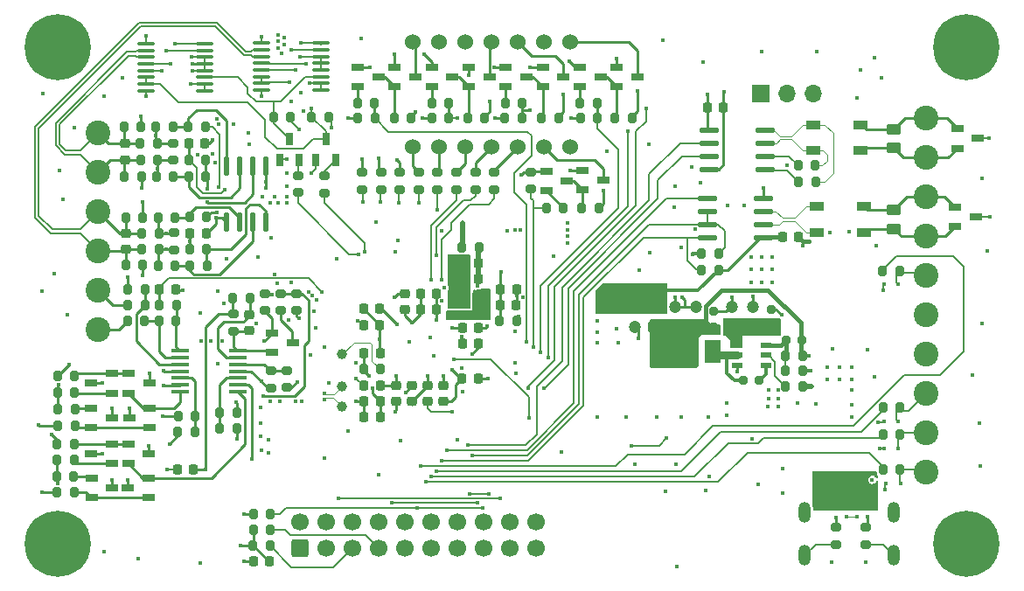
<source format=gbr>
%TF.GenerationSoftware,KiCad,Pcbnew,7.0.9*%
%TF.CreationDate,2025-05-07T10:44:46+08:00*%
%TF.ProjectId,HPM5300RDCRevB,48504d35-3330-4305-9244-43526576422e,REVC*%
%TF.SameCoordinates,Original*%
%TF.FileFunction,Copper,L4,Bot*%
%TF.FilePolarity,Positive*%
%FSLAX46Y46*%
G04 Gerber Fmt 4.6, Leading zero omitted, Abs format (unit mm)*
G04 Created by KiCad (PCBNEW 7.0.9) date 2025-05-07 10:44:46*
%MOMM*%
%LPD*%
G01*
G04 APERTURE LIST*
G04 Aperture macros list*
%AMRoundRect*
0 Rectangle with rounded corners*
0 $1 Rounding radius*
0 $2 $3 $4 $5 $6 $7 $8 $9 X,Y pos of 4 corners*
0 Add a 4 corners polygon primitive as box body*
4,1,4,$2,$3,$4,$5,$6,$7,$8,$9,$2,$3,0*
0 Add four circle primitives for the rounded corners*
1,1,$1+$1,$2,$3*
1,1,$1+$1,$4,$5*
1,1,$1+$1,$6,$7*
1,1,$1+$1,$8,$9*
0 Add four rect primitives between the rounded corners*
20,1,$1+$1,$2,$3,$4,$5,0*
20,1,$1+$1,$4,$5,$6,$7,0*
20,1,$1+$1,$6,$7,$8,$9,0*
20,1,$1+$1,$8,$9,$2,$3,0*%
G04 Aperture macros list end*
%TA.AperFunction,ComponentPad*%
%ADD10O,1.200000X2.000000*%
%TD*%
%TA.AperFunction,ComponentPad*%
%ADD11C,2.400000*%
%TD*%
%TA.AperFunction,ComponentPad*%
%ADD12R,1.700000X1.700000*%
%TD*%
%TA.AperFunction,ComponentPad*%
%ADD13O,1.700000X1.700000*%
%TD*%
%TA.AperFunction,ComponentPad*%
%ADD14C,6.400000*%
%TD*%
%TA.AperFunction,ComponentPad*%
%ADD15C,1.524000*%
%TD*%
%TA.AperFunction,ComponentPad*%
%ADD16RoundRect,0.250000X0.600000X-0.600000X0.600000X0.600000X-0.600000X0.600000X-0.600000X-0.600000X0*%
%TD*%
%TA.AperFunction,ComponentPad*%
%ADD17C,1.700000*%
%TD*%
%TA.AperFunction,SMDPad,CuDef*%
%ADD18R,1.250000X0.700000*%
%TD*%
%TA.AperFunction,SMDPad,CuDef*%
%ADD19RoundRect,0.200000X-0.200000X-0.275000X0.200000X-0.275000X0.200000X0.275000X-0.200000X0.275000X0*%
%TD*%
%TA.AperFunction,SMDPad,CuDef*%
%ADD20RoundRect,0.225000X0.225000X0.250000X-0.225000X0.250000X-0.225000X-0.250000X0.225000X-0.250000X0*%
%TD*%
%TA.AperFunction,SMDPad,CuDef*%
%ADD21RoundRect,0.200000X0.200000X0.275000X-0.200000X0.275000X-0.200000X-0.275000X0.200000X-0.275000X0*%
%TD*%
%TA.AperFunction,SMDPad,CuDef*%
%ADD22RoundRect,0.200000X-0.275000X0.200000X-0.275000X-0.200000X0.275000X-0.200000X0.275000X0.200000X0*%
%TD*%
%TA.AperFunction,SMDPad,CuDef*%
%ADD23RoundRect,0.225000X-0.225000X-0.250000X0.225000X-0.250000X0.225000X0.250000X-0.225000X0.250000X0*%
%TD*%
%TA.AperFunction,SMDPad,CuDef*%
%ADD24RoundRect,0.250000X-0.450000X0.262500X-0.450000X-0.262500X0.450000X-0.262500X0.450000X0.262500X0*%
%TD*%
%TA.AperFunction,SMDPad,CuDef*%
%ADD25RoundRect,0.200000X0.275000X-0.200000X0.275000X0.200000X-0.275000X0.200000X-0.275000X-0.200000X0*%
%TD*%
%TA.AperFunction,SMDPad,CuDef*%
%ADD26C,1.000000*%
%TD*%
%TA.AperFunction,SMDPad,CuDef*%
%ADD27R,1.400000X0.900000*%
%TD*%
%TA.AperFunction,SMDPad,CuDef*%
%ADD28RoundRect,0.225000X0.250000X-0.225000X0.250000X0.225000X-0.250000X0.225000X-0.250000X-0.225000X0*%
%TD*%
%TA.AperFunction,SMDPad,CuDef*%
%ADD29R,0.406400X0.406400*%
%TD*%
%TA.AperFunction,SMDPad,CuDef*%
%ADD30O,1.950000X0.568000*%
%TD*%
%TA.AperFunction,SMDPad,CuDef*%
%ADD31C,0.950000*%
%TD*%
%TA.AperFunction,SMDPad,CuDef*%
%ADD32RoundRect,0.225000X-0.250000X0.225000X-0.250000X-0.225000X0.250000X-0.225000X0.250000X0.225000X0*%
%TD*%
%TA.AperFunction,SMDPad,CuDef*%
%ADD33C,1.200000*%
%TD*%
%TA.AperFunction,SMDPad,CuDef*%
%ADD34R,1.000000X0.550000*%
%TD*%
%TA.AperFunction,SMDPad,CuDef*%
%ADD35O,0.568000X1.950000*%
%TD*%
%TA.AperFunction,SMDPad,CuDef*%
%ADD36O,1.731000X0.343000*%
%TD*%
%TA.AperFunction,SMDPad,CuDef*%
%ADD37R,0.700000X1.250000*%
%TD*%
%TA.AperFunction,SMDPad,CuDef*%
%ADD38R,1.635000X2.160000*%
%TD*%
%TA.AperFunction,SMDPad,CuDef*%
%ADD39RoundRect,0.250000X0.450000X-0.262500X0.450000X0.262500X-0.450000X0.262500X-0.450000X-0.262500X0*%
%TD*%
%TA.AperFunction,SMDPad,CuDef*%
%ADD40R,1.700000X0.400000*%
%TD*%
%TA.AperFunction,ViaPad*%
%ADD41C,0.406400*%
%TD*%
%TA.AperFunction,Conductor*%
%ADD42C,0.254000*%
%TD*%
%TA.AperFunction,Conductor*%
%ADD43C,0.152400*%
%TD*%
%TA.AperFunction,Conductor*%
%ADD44C,0.508000*%
%TD*%
%TA.AperFunction,Conductor*%
%ADD45C,0.300000*%
%TD*%
%TA.AperFunction,Conductor*%
%ADD46C,0.381000*%
%TD*%
%TA.AperFunction,Conductor*%
%ADD47C,0.101600*%
%TD*%
%TA.AperFunction,Conductor*%
%ADD48C,0.762000*%
%TD*%
%TA.AperFunction,Conductor*%
%ADD49C,0.203200*%
%TD*%
G04 APERTURE END LIST*
D10*
%TO.P,J1,1,EP*%
%TO.N,GND*%
X183524900Y-127224050D03*
%TO.P,J1,2,EP*%
X192165100Y-127224150D03*
%TO.P,J1,3,EP*%
X183525000Y-131404050D03*
%TO.P,J1,4,EP*%
X192165200Y-131404150D03*
%TD*%
D11*
%TO.P,J3,1,Pin_1*%
%TO.N,Net-(J3-Pin_1)*%
X195265200Y-123355000D03*
%TO.P,J3,2,Pin_2*%
%TO.N,Net-(J3-Pin_2)*%
X195265200Y-119545000D03*
%TO.P,J3,3,Pin_3*%
%TO.N,Net-(J3-Pin_3)*%
X195265200Y-115735000D03*
%TO.P,J3,4,Pin_4*%
%TO.N,GND*%
X195265200Y-111925000D03*
%TO.P,J3,5,Pin_5*%
%TO.N,VCC*%
X195265200Y-108115000D03*
%TO.P,J3,6,Pin_6*%
%TO.N,Net-(J3-Pin_6)*%
X195265200Y-104305000D03*
%TO.P,J3,7,Pin_7*%
%TO.N,/HPM5300RDC MAINENTRY/07-MISC/SEI_DATA_N*%
X195265200Y-100495000D03*
%TO.P,J3,8,Pin_8*%
%TO.N,/HPM5300RDC MAINENTRY/07-MISC/SEI_DATA_P*%
X195265200Y-96685000D03*
%TO.P,J3,9,Pin_9*%
%TO.N,/HPM5300RDC MAINENTRY/07-MISC/SEI_CLK_OUT_N*%
X195265200Y-92875000D03*
%TO.P,J3,10,Pin_10*%
%TO.N,/HPM5300RDC MAINENTRY/07-MISC/SEI_CLK_OUT_P*%
X195265200Y-89065000D03*
%TD*%
D12*
%TO.P,J5,1,Pin_1*%
%TO.N,+3.3V*%
X179245000Y-86700000D03*
D13*
%TO.P,J5,2,Pin_2*%
%TO.N,+5V*%
X181785000Y-86700000D03*
%TO.P,J5,3,Pin_3*%
%TO.N,GND*%
X184325000Y-86700000D03*
%TD*%
D14*
%TO.P,FID2,1,1*%
%TO.N,GND*%
X199175200Y-82153000D03*
%TD*%
D15*
%TO.P,LED6,1,E*%
%TO.N,Net-(LED6-E)*%
X145575200Y-91820000D03*
%TO.P,LED6,2,D*%
%TO.N,Net-(LED6-D)*%
X148115200Y-91820000D03*
%TO.P,LED6,3,DP*%
%TO.N,Net-(LED6-DP)*%
X150655200Y-91820000D03*
%TO.P,LED6,4,C*%
%TO.N,Net-(LED6-C)*%
X153195200Y-91820000D03*
%TO.P,LED6,5,G*%
%TO.N,Net-(LED6-G)*%
X155735200Y-91820000D03*
%TO.P,LED6,6,DIG4*%
%TO.N,/HPM5300RDC MAINENTRY/07-MISC/DIG4_PWR*%
X158275200Y-91820000D03*
%TO.P,LED6,7,NC*%
%TO.N,unconnected-(LED6-NC-Pad7)*%
X160815200Y-91820000D03*
%TO.P,LED6,8,DIG5*%
%TO.N,/HPM5300RDC MAINENTRY/07-MISC/DIG5_PWR*%
X160815200Y-81660000D03*
%TO.P,LED6,9,B*%
%TO.N,Net-(LED6-B)*%
X158275200Y-81660000D03*
%TO.P,LED6,10,DIG3*%
%TO.N,/HPM5300RDC MAINENTRY/07-MISC/DIG3_PWR*%
X155735200Y-81660000D03*
%TO.P,LED6,11,DIG2*%
%TO.N,/HPM5300RDC MAINENTRY/07-MISC/DIG2_PWR*%
X153195200Y-81660000D03*
%TO.P,LED6,12,F*%
%TO.N,Net-(LED6-F)*%
X150655200Y-81660000D03*
%TO.P,LED6,13,A*%
%TO.N,Net-(LED6-A)*%
X148115200Y-81660000D03*
%TO.P,LED6,14,DIG1*%
%TO.N,/HPM5300RDC MAINENTRY/07-MISC/DIG1_PWR*%
X145575200Y-81660000D03*
%TD*%
D11*
%TO.P,J4,1,Pin_1*%
%TO.N,/HPM5300RDC MAINENTRY/05-RDC_SINCOS/COS+*%
X115095200Y-90475000D03*
%TO.P,J4,2,Pin_2*%
%TO.N,/HPM5300RDC MAINENTRY/05-RDC_SINCOS/COS-*%
X115095200Y-94285000D03*
%TO.P,J4,3,Pin_3*%
%TO.N,/HPM5300RDC MAINENTRY/05-RDC_SINCOS/SIN+*%
X115095200Y-98095000D03*
%TO.P,J4,4,Pin_4*%
%TO.N,/HPM5300RDC MAINENTRY/05-RDC_SINCOS/SIN-*%
X115095200Y-101905000D03*
%TO.P,J4,5,Pin_5*%
%TO.N,/HPM5300RDC MAINENTRY/04-RDC_EXCT/EXC+*%
X115095200Y-105715000D03*
%TO.P,J4,6,Pin_6*%
%TO.N,/HPM5300RDC MAINENTRY/04-RDC_EXCT/EXC-*%
X115095200Y-109525000D03*
%TD*%
D16*
%TO.P,J2,1,VTREF*%
%TO.N,+3.3V*%
X134620000Y-130650000D03*
D17*
%TO.P,J2,2,VCC/NC*%
%TO.N,unconnected-(J2-VCC{slash}NC-Pad2)*%
X134620000Y-128110000D03*
%TO.P,J2,3,~{TRST}*%
%TO.N,/HPM5300RDC MAINENTRY/03-HPM5300_IO/JTAG_TRST*%
X137160000Y-130650000D03*
%TO.P,J2,4,GND*%
%TO.N,GND*%
X137160000Y-128110000D03*
%TO.P,J2,5,TDI*%
%TO.N,/HPM5300RDC MAINENTRY/03-HPM5300_IO/JTAG_TDI*%
X139700000Y-130650000D03*
%TO.P,J2,6,GND*%
%TO.N,GND*%
X139700000Y-128110000D03*
%TO.P,J2,7,TMS/SWDIO*%
%TO.N,/HPM5300RDC MAINENTRY/03-HPM5300_IO/JTAG_TMS*%
X142240000Y-130650000D03*
%TO.P,J2,8,GND*%
%TO.N,GND*%
X142240000Y-128110000D03*
%TO.P,J2,9,TCK/SWDCLK*%
%TO.N,/HPM5300RDC MAINENTRY/03-HPM5300_IO/JTAG_TCK*%
X144780000Y-130650000D03*
%TO.P,J2,10,GND*%
%TO.N,GND*%
X144780000Y-128110000D03*
%TO.P,J2,11,RTCK*%
%TO.N,unconnected-(J2-RTCK-Pad11)*%
X147320000Y-130650000D03*
%TO.P,J2,12,GND*%
%TO.N,GND*%
X147320000Y-128110000D03*
%TO.P,J2,13,TDO/SWO*%
%TO.N,/HPM5300RDC MAINENTRY/03-HPM5300_IO/JTAG_TDO*%
X149860000Y-130650000D03*
%TO.P,J2,14,GND*%
%TO.N,GND*%
X149860000Y-128110000D03*
%TO.P,J2,15,~{SRST}*%
%TO.N,unconnected-(J2-~{SRST}-Pad15)*%
X152400000Y-130650000D03*
%TO.P,J2,16,GND*%
%TO.N,GND*%
X152400000Y-128110000D03*
%TO.P,J2,17,DBGRQ/NC*%
%TO.N,unconnected-(J2-DBGRQ{slash}NC-Pad17)*%
X154940000Y-130650000D03*
%TO.P,J2,18,GND*%
%TO.N,GND*%
X154940000Y-128110000D03*
%TO.P,J2,19,DBGACK/NC*%
%TO.N,unconnected-(J2-DBGACK{slash}NC-Pad19)*%
X157480000Y-130650000D03*
%TO.P,J2,20,GND*%
%TO.N,GND*%
X157480000Y-128110000D03*
%TD*%
D14*
%TO.P,FID3,1,1*%
%TO.N,GND*%
X199175200Y-130270000D03*
%TD*%
%TO.P,FID4,1,1*%
%TO.N,GND*%
X111175200Y-130270000D03*
%TD*%
%TO.P,FID1,1,1*%
%TO.N,unconnected-(FID1-Pad1)*%
X111175200Y-82153000D03*
%TD*%
D18*
%TO.P,Q7,1,B*%
%TO.N,Net-(Q2-E)*%
X116457650Y-120573800D03*
%TO.P,Q7,2,E*%
%TO.N,Net-(Q7-E)*%
X116457650Y-122473800D03*
%TO.P,Q7,3,C*%
%TO.N,GNDA*%
X114457650Y-121523800D03*
%TD*%
D19*
%TO.P,R60,1*%
%TO.N,GND*%
X147435000Y-89050000D03*
%TO.P,R60,2*%
%TO.N,/HPM5300RDC MAINENTRY/03-HPM5300_IO/PA12*%
X149085000Y-89050000D03*
%TD*%
%TO.P,R71,1*%
%TO.N,Net-(U6A-VINA-)*%
X124010200Y-103300000D03*
%TO.P,R71,2*%
%TO.N,Net-(U6A-VOUTA)*%
X125660200Y-103300000D03*
%TD*%
D20*
%TO.P,C7,1*%
%TO.N,Net-(C7-Pad1)*%
X124365000Y-123090000D03*
%TO.P,C7,2*%
%TO.N,GNDA*%
X122815000Y-123090000D03*
%TD*%
D21*
%TO.P,R22,1*%
%TO.N,GND*%
X183300000Y-113525000D03*
%TO.P,R22,2*%
%TO.N,Net-(U16-VFB)*%
X181650000Y-113525000D03*
%TD*%
%TO.P,R24,1*%
%TO.N,/HPM5300RDC MAINENTRY/03-HPM5300_IO/PA12*%
X149085000Y-87570000D03*
%TO.P,R24,2*%
%TO.N,Net-(Q12-G)*%
X147435000Y-87570000D03*
%TD*%
D18*
%TO.P,Q1,1,B*%
%TO.N,Net-(Q1-B)*%
X131947550Y-111756200D03*
%TO.P,Q1,2,E*%
%TO.N,/HPM5300RDC MAINENTRY/04-RDC_EXCT/EXC_N*%
X131947550Y-109856200D03*
%TO.P,Q1,3,C*%
%TO.N,Net-(Q1-C)*%
X133947550Y-110806200D03*
%TD*%
D19*
%TO.P,R28,1*%
%TO.N,/HPM5300RDC MAINENTRY/03-HPM5300_IO/PA14*%
X158520200Y-97730000D03*
%TO.P,R28,2*%
%TO.N,Net-(Q16-G)*%
X160170200Y-97730000D03*
%TD*%
D22*
%TO.P,R100,1*%
%TO.N,Net-(LED6-B)*%
X144334692Y-94285000D03*
%TO.P,R100,2*%
%TO.N,/HPM5300RDC MAINENTRY/03-HPM5300_IO/PY02*%
X144334692Y-95935000D03*
%TD*%
D20*
%TO.P,C46,1*%
%TO.N,+3.3V*%
X142370200Y-107520000D03*
%TO.P,C46,2*%
%TO.N,GND*%
X140820200Y-107520000D03*
%TD*%
D19*
%TO.P,R86,1*%
%TO.N,/HPM5300RDC MAINENTRY/05-RDC_SINCOS/SIN+*%
X117790200Y-98645000D03*
%TO.P,R86,2*%
%TO.N,GNDA*%
X119440200Y-98645000D03*
%TD*%
D21*
%TO.P,R125,1*%
%TO.N,+5V*%
X183300000Y-115025000D03*
%TO.P,R125,2*%
%TO.N,Net-(U16-EN)*%
X181650000Y-115025000D03*
%TD*%
D23*
%TO.P,C43,1*%
%TO.N,Net-(U1B-USBVBUS)*%
X140860200Y-111830000D03*
%TO.P,C43,2*%
%TO.N,GND*%
X142410200Y-111830000D03*
%TD*%
D24*
%TO.P,R91,1*%
%TO.N,/HPM5300RDC MAINENTRY/07-MISC/SEI_CLK_OUT_P*%
X192160000Y-90117500D03*
%TO.P,R91,2*%
%TO.N,/HPM5300RDC MAINENTRY/07-MISC/SEI_CLK_OUT_N*%
X192160000Y-91942500D03*
%TD*%
D19*
%TO.P,R83,1*%
%TO.N,/HPM5300RDC MAINENTRY/05-RDC_SINCOS/COS-*%
X119210200Y-93080000D03*
%TO.P,R83,2*%
%TO.N,/HPM5300RDC MAINENTRY/05-RDC_SINCOS/ICOS-*%
X120860200Y-93080000D03*
%TD*%
D20*
%TO.P,C38,1*%
%TO.N,VDD_SOC*%
X151920200Y-109310000D03*
%TO.P,C38,2*%
%TO.N,GND*%
X150370200Y-109310000D03*
%TD*%
D19*
%TO.P,R17,1*%
%TO.N,/HPM5300RDC MAINENTRY/03-HPM5300_IO/PB07*%
X121030200Y-107170000D03*
%TO.P,R17,2*%
%TO.N,Net-(U5D-OUTD)*%
X122680200Y-107170000D03*
%TD*%
D20*
%TO.P,C59,1*%
%TO.N,+3.3V*%
X142425000Y-117970000D03*
%TO.P,C59,2*%
%TO.N,GND*%
X140875000Y-117970000D03*
%TD*%
D25*
%TO.P,R80,1*%
%TO.N,/HPM5300RDC MAINENTRY/05-RDC_SINCOS/ICOS-*%
X122355200Y-93105000D03*
%TO.P,R80,2*%
%TO.N,/HPM5300RDC MAINENTRY/05-RDC_SINCOS/ICOS+*%
X122355200Y-91455000D03*
%TD*%
D21*
%TO.P,R25,1*%
%TO.N,+3.3V*%
X152553826Y-89050000D03*
%TO.P,R25,2*%
%TO.N,Net-(Q12-D)*%
X150903826Y-89050000D03*
%TD*%
%TO.P,R64,1*%
%TO.N,Net-(Q5-E)*%
X112860200Y-118790000D03*
%TO.P,R64,2*%
%TO.N,/HPM5300RDC MAINENTRY/04-RDC_EXCT/VOPA*%
X111210200Y-118790000D03*
%TD*%
D26*
%TO.P,TP3,1,1*%
%TO.N,/HPM5300RDC MAINENTRY/02-HPM5300_MISC/USB0_N*%
X138710000Y-116990000D03*
%TD*%
D20*
%TO.P,C1,1*%
%TO.N,+3.3V*%
X131715000Y-131970000D03*
%TO.P,C1,2*%
%TO.N,GND*%
X130165000Y-131970000D03*
%TD*%
%TO.P,C36,1*%
%TO.N,VDD_SOC*%
X151890200Y-114220000D03*
%TO.P,C36,2*%
%TO.N,GND*%
X150340200Y-114220000D03*
%TD*%
D27*
%TO.P,L1,1*%
%TO.N,/HPM5300RDC MAINENTRY/07-MISC/DA_-*%
X184700000Y-100090000D03*
%TO.P,L1,2,2*%
%TO.N,/HPM5300RDC MAINENTRY/07-MISC/DA_+*%
X184700000Y-97590000D03*
%TO.P,L1,3*%
%TO.N,/HPM5300RDC MAINENTRY/07-MISC/SEI_DATA_P*%
X189260000Y-97590000D03*
%TO.P,L1,4,4*%
%TO.N,/HPM5300RDC MAINENTRY/07-MISC/SEI_DATA_N*%
X189260000Y-100090000D03*
%TD*%
D22*
%TO.P,R105,1*%
%TO.N,GND*%
X157040000Y-94275000D03*
%TO.P,R105,2*%
%TO.N,/HPM5300RDC MAINENTRY/03-HPM5300_IO/PA14*%
X157040000Y-95925000D03*
%TD*%
D28*
%TO.P,C51,1*%
%TO.N,VDD_SOC*%
X147035200Y-116475000D03*
%TO.P,C51,2*%
%TO.N,GND*%
X147035200Y-114925000D03*
%TD*%
D22*
%TO.P,R48,1*%
%TO.N,/HPM5300RDC MAINENTRY/04-RDC_EXCT/EXC_P*%
X134350000Y-106025000D03*
%TO.P,R48,2*%
%TO.N,/HPM5300RDC MAINENTRY/04-RDC_EXCT/VOPA*%
X134350000Y-107675000D03*
%TD*%
D21*
%TO.P,R27,1*%
%TO.N,+3.3V*%
X159689510Y-89050000D03*
%TO.P,R27,2*%
%TO.N,Net-(Q14-D)*%
X158039510Y-89050000D03*
%TD*%
D18*
%TO.P,Q11,1,G*%
%TO.N,Net-(Q11-G)*%
X140245200Y-86020000D03*
%TO.P,Q11,2,S*%
%TO.N,GND*%
X140245200Y-84120000D03*
%TO.P,Q11,3,D*%
%TO.N,Net-(Q10-G)*%
X142245200Y-85070000D03*
%TD*%
D29*
%TO.P,D8,1*%
%TO.N,Net-(J3-Pin_6)*%
X192575024Y-105148984D03*
%TO.P,D8,2*%
%TO.N,GND*%
X191174976Y-105148984D03*
%TD*%
D18*
%TO.P,Q9,1,B*%
%TO.N,Net-(Q3-E)*%
X116425200Y-113770000D03*
%TO.P,Q9,2,E*%
%TO.N,Net-(Q9-E)*%
X116425200Y-115670000D03*
%TO.P,Q9,3,C*%
%TO.N,GNDA*%
X114425200Y-114720000D03*
%TD*%
D21*
%TO.P,R116,1*%
%TO.N,/HPM5300RDC MAINENTRY/04-RDC_EXCT/VOPA*%
X137445000Y-88960000D03*
%TO.P,R116,2*%
%TO.N,/HPM5300RDC MAINENTRY/05-RDC_SINCOS/CTRL_CMOS*%
X135795000Y-88960000D03*
%TD*%
D22*
%TO.P,R98,1*%
%TO.N,Net-(LED6-A)*%
X140680000Y-94285000D03*
%TO.P,R98,2*%
%TO.N,/HPM5300RDC MAINENTRY/03-HPM5300_IO/PY00*%
X140680000Y-95935000D03*
%TD*%
D30*
%TO.P,U10,1,VCC*%
%TO.N,+3.3V*%
X174295000Y-93988500D03*
%TO.P,U10,2,RO*%
%TO.N,/HPM5300RDC MAINENTRY/03-HPM5300_IO/PA11*%
X174295000Y-92718500D03*
%TO.P,U10,3,DI*%
%TO.N,/HPM5300RDC MAINENTRY/03-HPM5300_IO/PA17*%
X174295000Y-91448500D03*
%TO.P,U10,4,GND*%
%TO.N,GND*%
X174295000Y-90178500D03*
%TO.P,U10,5,Y*%
%TO.N,/HPM5300RDC MAINENTRY/07-MISC/CO_+*%
X179705000Y-90178500D03*
%TO.P,U10,6,Z*%
%TO.N,/HPM5300RDC MAINENTRY/07-MISC/CO_-*%
X179705000Y-91448500D03*
%TO.P,U10,7,B*%
%TO.N,Net-(U10-B)*%
X179705000Y-92718500D03*
%TO.P,U10,8,A*%
%TO.N,Net-(U10-A)*%
X179705000Y-93988500D03*
%TD*%
D24*
%TO.P,FB1,1*%
%TO.N,+3.3V*%
X169050000Y-107412500D03*
%TO.P,FB1,2*%
%TO.N,Net-(C83-Pad1)*%
X169050000Y-109237500D03*
%TD*%
D26*
%TO.P,TP2,1,1*%
%TO.N,/HPM5300RDC MAINENTRY/02-HPM5300_MISC/USB0_P*%
X138700000Y-115060000D03*
%TD*%
D19*
%TO.P,R124,1*%
%TO.N,/HPM5300RDC MAINENTRY/03-HPM5300_IO/PA22*%
X191100000Y-123075000D03*
%TO.P,R124,2*%
%TO.N,Net-(J3-Pin_1)*%
X192750000Y-123075000D03*
%TD*%
D23*
%TO.P,C44,1*%
%TO.N,VDD_SOC*%
X140830200Y-109070000D03*
%TO.P,C44,2*%
%TO.N,GND*%
X142380200Y-109070000D03*
%TD*%
D21*
%TO.P,R85,1*%
%TO.N,/HPM5300RDC MAINENTRY/04-RDC_EXCT/VOPA*%
X119420200Y-103295000D03*
%TO.P,R85,2*%
%TO.N,/HPM5300RDC MAINENTRY/05-RDC_SINCOS/SIN-*%
X117770200Y-103295000D03*
%TD*%
%TO.P,R55,1*%
%TO.N,Net-(U5C-INC+)*%
X124515000Y-117910000D03*
%TO.P,R55,2*%
%TO.N,/HPM5300RDC MAINENTRY/04-RDC_EXCT/VOPA*%
X122865000Y-117910000D03*
%TD*%
D19*
%TO.P,R90,1*%
%TO.N,/HPM5300RDC MAINENTRY/03-HPM5300_IO/PA19*%
X173525000Y-103750000D03*
%TO.P,R90,2*%
%TO.N,+3.3V*%
X175175000Y-103750000D03*
%TD*%
%TO.P,R61,1*%
%TO.N,GNDA*%
X111150200Y-120600000D03*
%TO.P,R61,2*%
%TO.N,Net-(Q2-E)*%
X112800200Y-120600000D03*
%TD*%
%TO.P,R15,1*%
%TO.N,Net-(U16-VFB)*%
X181650000Y-112041666D03*
%TO.P,R15,2*%
%TO.N,Net-(C83-Pad1)*%
X183300000Y-112041666D03*
%TD*%
D18*
%TO.P,Q6,1,B*%
%TO.N,Net-(Q4-E)*%
X114475200Y-125800000D03*
%TO.P,Q6,2,E*%
%TO.N,Net-(Q6-E)*%
X114475200Y-123900000D03*
%TO.P,Q6,3,C*%
%TO.N,/HPM5300RDC MAINENTRY/04-RDC_EXCT/VOPA*%
X116475200Y-124850000D03*
%TD*%
D22*
%TO.P,R50,1*%
%TO.N,GNDA*%
X131230000Y-106035000D03*
%TO.P,R50,2*%
%TO.N,/HPM5300RDC MAINENTRY/04-RDC_EXCT/EXC_N*%
X131230000Y-107685000D03*
%TD*%
D19*
%TO.P,R81,1*%
%TO.N,/HPM5300RDC MAINENTRY/05-RDC_SINCOS/SIN-*%
X119350200Y-101765000D03*
%TO.P,R81,2*%
%TO.N,/HPM5300RDC MAINENTRY/05-RDC_SINCOS/ISIN-*%
X121000200Y-101765000D03*
%TD*%
%TO.P,R67,1*%
%TO.N,/HPM5300RDC MAINENTRY/04-RDC_EXCT/EXC-*%
X111210200Y-117190000D03*
%TO.P,R67,2*%
%TO.N,Net-(Q8-E)*%
X112860200Y-117190000D03*
%TD*%
D21*
%TO.P,R110,1*%
%TO.N,/HPM5300RDC MAINENTRY/07-MISC/CO_-*%
X184555000Y-93620000D03*
%TO.P,R110,2*%
%TO.N,Net-(U10-B)*%
X182905000Y-93620000D03*
%TD*%
D25*
%TO.P,R79,1*%
%TO.N,/HPM5300RDC MAINENTRY/05-RDC_SINCOS/ISIN-*%
X122505200Y-101800000D03*
%TO.P,R79,2*%
%TO.N,/HPM5300RDC MAINENTRY/05-RDC_SINCOS/ISIN+*%
X122505200Y-100150000D03*
%TD*%
D31*
%TO.P,C84,1*%
%TO.N,Net-(C83-Pad1)*%
X174725000Y-109300000D03*
%TO.P,C84,2*%
%TO.N,GND*%
X174725000Y-107750000D03*
%TD*%
D18*
%TO.P,Q10,1,G*%
%TO.N,Net-(Q10-G)*%
X143828757Y-86020000D03*
%TO.P,Q10,2,S*%
%TO.N,+3.3V*%
X143828757Y-84120000D03*
%TO.P,Q10,3,D*%
%TO.N,/HPM5300RDC MAINENTRY/07-MISC/DIG1_PWR*%
X145828757Y-85070000D03*
%TD*%
D20*
%TO.P,C61,1*%
%TO.N,Net-(U1C-VDD_OTPCAP)*%
X155615000Y-105610000D03*
%TO.P,C61,2*%
%TO.N,GND*%
X154065000Y-105610000D03*
%TD*%
D19*
%TO.P,FB4,1*%
%TO.N,DCDC_IN*%
X150340200Y-106120000D03*
%TO.P,FB4,2*%
%TO.N,+3.3V*%
X151990200Y-106120000D03*
%TD*%
D28*
%TO.P,C15,1*%
%TO.N,/HPM5300RDC MAINENTRY/05-RDC_SINCOS/SIN-*%
X117845200Y-101740000D03*
%TO.P,C15,2*%
%TO.N,/HPM5300RDC MAINENTRY/05-RDC_SINCOS/SIN+*%
X117845200Y-100190000D03*
%TD*%
D23*
%TO.P,C49,1*%
%TO.N,GND*%
X146320200Y-107590000D03*
%TO.P,C49,2*%
%TO.N,+3.3V*%
X147870200Y-107590000D03*
%TD*%
D18*
%TO.P,Q15,1,G*%
%TO.N,Net-(Q14-D)*%
X158162985Y-86020000D03*
%TO.P,Q15,2,S*%
%TO.N,+3.3V*%
X158162985Y-84120000D03*
%TO.P,Q15,3,D*%
%TO.N,/HPM5300RDC MAINENTRY/07-MISC/DIG3_PWR*%
X160162985Y-85070000D03*
%TD*%
%TO.P,Q16,1,G*%
%TO.N,Net-(Q16-G)*%
X158505200Y-96080000D03*
%TO.P,Q16,2,S*%
%TO.N,GND*%
X158505200Y-94180000D03*
%TO.P,Q16,3,D*%
%TO.N,Net-(Q16-D)*%
X160505200Y-95130000D03*
%TD*%
D19*
%TO.P,R78,1*%
%TO.N,/HPM5300RDC MAINENTRY/05-RDC_SINCOS/ICOS+*%
X120720200Y-89890000D03*
%TO.P,R78,2*%
%TO.N,Net-(U6B-VINB+)*%
X122370200Y-89890000D03*
%TD*%
D21*
%TO.P,R40,1*%
%TO.N,+3.3V*%
X166825200Y-89050000D03*
%TO.P,R40,2*%
%TO.N,Net-(Q18-D)*%
X165175200Y-89050000D03*
%TD*%
D19*
%TO.P,R58,1*%
%TO.N,GND*%
X140255000Y-89050000D03*
%TO.P,R58,2*%
%TO.N,/HPM5300RDC MAINENTRY/03-HPM5300_IO/PA15*%
X141905000Y-89050000D03*
%TD*%
D23*
%TO.P,C6,1*%
%TO.N,/HPM5300RDC MAINENTRY/03-HPM5300_IO/PB07*%
X121060200Y-105640000D03*
%TO.P,C6,2*%
%TO.N,GNDA*%
X122610200Y-105640000D03*
%TD*%
D21*
%TO.P,R8,1*%
%TO.N,/HPM5300RDC MAINENTRY/03-HPM5300_IO/JTAG_TDI*%
X131775000Y-130440000D03*
%TO.P,R8,2*%
%TO.N,+3.3V*%
X130125000Y-130440000D03*
%TD*%
%TO.P,R3,1*%
%TO.N,/HPM5300RDC MAINENTRY/03-HPM5300_IO/JTAG_TMS*%
X131800000Y-128940000D03*
%TO.P,R3,2*%
%TO.N,+3.3V*%
X130150000Y-128940000D03*
%TD*%
D19*
%TO.P,R62,1*%
%TO.N,GNDA*%
X111180200Y-114040000D03*
%TO.P,R62,2*%
%TO.N,Net-(Q3-E)*%
X112830200Y-114040000D03*
%TD*%
D22*
%TO.P,R30,1*%
%TO.N,Net-(J1-CC1)*%
X186535200Y-128685000D03*
%TO.P,R30,2*%
%TO.N,GND*%
X186535200Y-130335000D03*
%TD*%
%TO.P,R42,1*%
%TO.N,Net-(U5A-INA+)*%
X131850000Y-113515000D03*
%TO.P,R42,2*%
%TO.N,/HPM5300RDC MAINENTRY/04-RDC_EXCT/VOPA*%
X131850000Y-115165000D03*
%TD*%
D19*
%TO.P,R65,1*%
%TO.N,/HPM5300RDC MAINENTRY/04-RDC_EXCT/EXC+*%
X111100200Y-123700000D03*
%TO.P,R65,2*%
%TO.N,Net-(Q6-E)*%
X112750200Y-123700000D03*
%TD*%
D23*
%TO.P,C22,1*%
%TO.N,DCDC_IN*%
X150370200Y-104630000D03*
%TO.P,C22,2*%
%TO.N,DCDC_GND*%
X151920200Y-104630000D03*
%TD*%
D19*
%TO.P,R94,1*%
%TO.N,GND*%
X173530000Y-102190000D03*
%TO.P,R94,2*%
%TO.N,/HPM5300RDC MAINENTRY/03-HPM5300_IO/PA16*%
X175180000Y-102190000D03*
%TD*%
D18*
%TO.P,Q2,1,B*%
%TO.N,Net-(Q2-B)*%
X118035200Y-122480000D03*
%TO.P,Q2,2,E*%
%TO.N,Net-(Q2-E)*%
X118035200Y-120580000D03*
%TO.P,Q2,3,C*%
%TO.N,/HPM5300RDC MAINENTRY/04-RDC_EXCT/VOPA*%
X120035200Y-121530000D03*
%TD*%
D23*
%TO.P,C63,1*%
%TO.N,VDD_SOC*%
X140865200Y-114910000D03*
%TO.P,C63,2*%
%TO.N,GND*%
X142415200Y-114910000D03*
%TD*%
D22*
%TO.P,R20,1*%
%TO.N,Net-(C7-Pad1)*%
X128250000Y-108015000D03*
%TO.P,R20,2*%
%TO.N,Net-(Q1-B)*%
X128250000Y-109665000D03*
%TD*%
D19*
%TO.P,R7,1*%
%TO.N,GND*%
X130145000Y-127390000D03*
%TO.P,R7,2*%
%TO.N,/HPM5300RDC MAINENTRY/03-HPM5300_IO/JTAG_TCK*%
X131795000Y-127390000D03*
%TD*%
D26*
%TO.P,TP1,1,1*%
%TO.N,Net-(R37-Pad1)*%
X138760000Y-111870000D03*
%TD*%
D22*
%TO.P,R31,1*%
%TO.N,Net-(J1-CC2)*%
X189405200Y-128690000D03*
%TO.P,R31,2*%
%TO.N,GND*%
X189405200Y-130340000D03*
%TD*%
D21*
%TO.P,R70,1*%
%TO.N,Net-(U6B-VOUTB)*%
X125520200Y-93090000D03*
%TO.P,R70,2*%
%TO.N,/HPM5300RDC MAINENTRY/03-HPM5300_IO/PB14*%
X123870200Y-93090000D03*
%TD*%
D32*
%TO.P,C48,1*%
%TO.N,+3.3V*%
X148575200Y-114925000D03*
%TO.P,C48,2*%
%TO.N,GND*%
X148575200Y-116475000D03*
%TD*%
D21*
%TO.P,R117,1*%
%TO.N,/HPM5300RDC MAINENTRY/04-RDC_EXCT/VOPA*%
X133755000Y-88910000D03*
%TO.P,R117,2*%
%TO.N,/HPM5300RDC MAINENTRY/05-RDC_SINCOS/INH_CMOS*%
X132105000Y-88910000D03*
%TD*%
%TO.P,R26,1*%
%TO.N,/HPM5300RDC MAINENTRY/03-HPM5300_IO/PA10*%
X156175000Y-87590000D03*
%TO.P,R26,2*%
%TO.N,Net-(Q14-G)*%
X154525000Y-87590000D03*
%TD*%
%TO.P,R109,1*%
%TO.N,/HPM5300RDC MAINENTRY/07-MISC/CO_+*%
X184605000Y-95200000D03*
%TO.P,R109,2*%
%TO.N,Net-(U10-A)*%
X182955000Y-95200000D03*
%TD*%
D23*
%TO.P,C14,1*%
%TO.N,/HPM5300RDC MAINENTRY/03-HPM5300_IO/PB14*%
X123910200Y-91510000D03*
%TO.P,C14,2*%
%TO.N,GNDA*%
X125460200Y-91510000D03*
%TD*%
D21*
%TO.P,R37,1*%
%TO.N,Net-(R37-Pad1)*%
X142460200Y-113370000D03*
%TO.P,R37,2*%
%TO.N,Net-(U1B-USBVBUS)*%
X140810200Y-113370000D03*
%TD*%
D33*
%TO.P,C80,1*%
%TO.N,+5V*%
X178500000Y-109240000D03*
%TO.P,C80,2*%
%TO.N,GND*%
X178500000Y-107340000D03*
%TD*%
D21*
%TO.P,R39,1*%
%TO.N,/HPM5300RDC MAINENTRY/03-HPM5300_IO/PA13*%
X163405000Y-87630000D03*
%TO.P,R39,2*%
%TO.N,Net-(Q18-G)*%
X161755000Y-87630000D03*
%TD*%
D31*
%TO.P,C83,1*%
%TO.N,Net-(C83-Pad1)*%
X183250000Y-110550000D03*
%TO.P,C83,2*%
%TO.N,Net-(U16-VFB)*%
X181700000Y-110550000D03*
%TD*%
D34*
%TO.P,U16,1,GND*%
%TO.N,GND*%
X177000000Y-112950000D03*
%TO.P,U16,2,SW*%
%TO.N,Net-(U16-SW)*%
X177000000Y-112000000D03*
%TO.P,U16,3,VIN*%
%TO.N,+5V*%
X177000000Y-111050000D03*
%TO.P,U16,4,VFB*%
%TO.N,Net-(U16-VFB)*%
X179800000Y-111050000D03*
%TO.P,U16,5,EN*%
%TO.N,Net-(U16-EN)*%
X179800000Y-112000000D03*
%TO.P,U16,6,VBST*%
%TO.N,Net-(U16-VBST)*%
X179800000Y-112950000D03*
%TD*%
D21*
%TO.P,R87,1*%
%TO.N,/HPM5300RDC MAINENTRY/04-RDC_EXCT/VOPA*%
X119300200Y-94710000D03*
%TO.P,R87,2*%
%TO.N,/HPM5300RDC MAINENTRY/05-RDC_SINCOS/COS-*%
X117650200Y-94710000D03*
%TD*%
D18*
%TO.P,Q3,1,B*%
%TO.N,Net-(Q3-B)*%
X118075200Y-115670000D03*
%TO.P,Q3,2,E*%
%TO.N,Net-(Q3-E)*%
X118075200Y-113770000D03*
%TO.P,Q3,3,C*%
%TO.N,/HPM5300RDC MAINENTRY/04-RDC_EXCT/VOPA*%
X120075200Y-114720000D03*
%TD*%
D33*
%TO.P,C86,1*%
%TO.N,Net-(C83-Pad1)*%
X171000000Y-109255000D03*
%TO.P,C86,2*%
%TO.N,GND*%
X171000000Y-107355000D03*
%TD*%
D18*
%TO.P,Q8,1,B*%
%TO.N,Net-(Q5-E)*%
X114425200Y-119020000D03*
%TO.P,Q8,2,E*%
%TO.N,Net-(Q8-E)*%
X114425200Y-117120000D03*
%TO.P,Q8,3,C*%
%TO.N,/HPM5300RDC MAINENTRY/04-RDC_EXCT/VOPA*%
X116425200Y-118070000D03*
%TD*%
D28*
%TO.P,C8,1*%
%TO.N,Net-(Q1-B)*%
X129740000Y-109645000D03*
%TO.P,C8,2*%
%TO.N,Net-(U5A-INA-)*%
X129740000Y-108095000D03*
%TD*%
D20*
%TO.P,C45,1*%
%TO.N,+3.3V*%
X142420200Y-116460000D03*
%TO.P,C45,2*%
%TO.N,GND*%
X140870200Y-116460000D03*
%TD*%
D32*
%TO.P,C47,1*%
%TO.N,+3.3V*%
X145505200Y-114925000D03*
%TO.P,C47,2*%
%TO.N,GND*%
X145505200Y-116475000D03*
%TD*%
D22*
%TO.P,R99,1*%
%TO.N,Net-(LED6-F)*%
X142507346Y-94285000D03*
%TO.P,R99,2*%
%TO.N,/HPM5300RDC MAINENTRY/03-HPM5300_IO/PY01*%
X142507346Y-95935000D03*
%TD*%
D18*
%TO.P,Q17,1,G*%
%TO.N,Net-(Q16-D)*%
X161995200Y-96000000D03*
%TO.P,Q17,2,S*%
%TO.N,+3.3V*%
X161995200Y-94100000D03*
%TO.P,Q17,3,D*%
%TO.N,/HPM5300RDC MAINENTRY/07-MISC/DIG4_PWR*%
X163995200Y-95050000D03*
%TD*%
D31*
%TO.P,C82,1*%
%TO.N,Net-(U16-VBST)*%
X179115000Y-114450000D03*
%TO.P,C82,2*%
%TO.N,Net-(U16-SW)*%
X177565000Y-114450000D03*
%TD*%
D19*
%TO.P,R84,1*%
%TO.N,/HPM5300RDC MAINENTRY/05-RDC_SINCOS/COS+*%
X119200200Y-91500000D03*
%TO.P,R84,2*%
%TO.N,/HPM5300RDC MAINENTRY/05-RDC_SINCOS/ICOS+*%
X120850200Y-91500000D03*
%TD*%
%TO.P,R56,1*%
%TO.N,GNDA*%
X122805000Y-119410000D03*
%TO.P,R56,2*%
%TO.N,Net-(U5C-INC+)*%
X124455000Y-119410000D03*
%TD*%
D23*
%TO.P,C13,1*%
%TO.N,/HPM5300RDC MAINENTRY/03-HPM5300_IO/PB13*%
X124025200Y-100240000D03*
%TO.P,C13,2*%
%TO.N,GNDA*%
X125575200Y-100240000D03*
%TD*%
D33*
%TO.P,C87,1*%
%TO.N,+3.3V*%
X167100000Y-107355000D03*
%TO.P,C87,2*%
%TO.N,GND*%
X167100000Y-109255000D03*
%TD*%
D21*
%TO.P,R47,1*%
%TO.N,Net-(U5D-IND-)*%
X119620200Y-108660000D03*
%TO.P,R47,2*%
%TO.N,/HPM5300RDC MAINENTRY/04-RDC_EXCT/EXC-*%
X117970200Y-108660000D03*
%TD*%
%TO.P,R44,1*%
%TO.N,Net-(U5D-OUTD)*%
X122670200Y-108680000D03*
%TO.P,R44,2*%
%TO.N,Net-(U5D-IND-)*%
X121020200Y-108680000D03*
%TD*%
D19*
%TO.P,R76,1*%
%TO.N,/HPM5300RDC MAINENTRY/05-RDC_SINCOS/ISIN+*%
X120900200Y-98650000D03*
%TO.P,R76,2*%
%TO.N,Net-(U6A-VINA+)*%
X122550200Y-98650000D03*
%TD*%
D23*
%TO.P,C40,1*%
%TO.N,DCDC_IN*%
X150390200Y-103090000D03*
%TO.P,C40,2*%
%TO.N,DCDC_GND*%
X151940200Y-103090000D03*
%TD*%
D19*
%TO.P,R72,1*%
%TO.N,Net-(U6B-VINB-)*%
X123870200Y-94710000D03*
%TO.P,R72,2*%
%TO.N,Net-(U6B-VOUTB)*%
X125520200Y-94710000D03*
%TD*%
D35*
%TO.P,U6,1,VOUTA*%
%TO.N,Net-(U6A-VOUTA)*%
X131333700Y-99105000D03*
%TO.P,U6,2,VINA-*%
%TO.N,Net-(U6A-VINA-)*%
X130063700Y-99105000D03*
%TO.P,U6,3,VINA+*%
%TO.N,Net-(U6A-VINA+)*%
X128793700Y-99105000D03*
%TO.P,U6,4,VSS*%
%TO.N,GNDA*%
X127523700Y-99105000D03*
%TO.P,U6,5,VINB+*%
%TO.N,Net-(U6B-VINB+)*%
X127523700Y-93695000D03*
%TO.P,U6,6,VINB-*%
%TO.N,Net-(U6B-VINB-)*%
X128793700Y-93695000D03*
%TO.P,U6,7,VOUTB*%
%TO.N,Net-(U6B-VOUTB)*%
X130063700Y-93695000D03*
%TO.P,U6,8,VDD*%
%TO.N,/HPM5300RDC MAINENTRY/04-RDC_EXCT/VOPA*%
X131333700Y-93695000D03*
%TD*%
D20*
%TO.P,C20,1*%
%TO.N,+3.3V*%
X175675000Y-87990000D03*
%TO.P,C20,2*%
%TO.N,GND*%
X174125000Y-87990000D03*
%TD*%
D25*
%TO.P,R92,1*%
%TO.N,/HPM5300RDC MAINENTRY/03-HPM5300_IO/PY03*%
X146162038Y-95935000D03*
%TO.P,R92,2*%
%TO.N,Net-(LED6-E)*%
X146162038Y-94285000D03*
%TD*%
D19*
%TO.P,R74,1*%
%TO.N,Net-(U6B-VINB+)*%
X123850200Y-89900000D03*
%TO.P,R74,2*%
%TO.N,/HPM5300RDC MAINENTRY/03-HPM5300_IO/DAC1*%
X125500200Y-89900000D03*
%TD*%
D18*
%TO.P,Q18,1,G*%
%TO.N,Net-(Q18-G)*%
X161746542Y-86020000D03*
%TO.P,Q18,2,S*%
%TO.N,GND*%
X161746542Y-84120000D03*
%TO.P,Q18,3,D*%
%TO.N,Net-(Q18-D)*%
X163746542Y-85070000D03*
%TD*%
D27*
%TO.P,L5,1*%
%TO.N,/HPM5300RDC MAINENTRY/07-MISC/CO_-*%
X184390000Y-92170000D03*
%TO.P,L5,2,2*%
%TO.N,/HPM5300RDC MAINENTRY/07-MISC/CO_+*%
X184390000Y-89670000D03*
%TO.P,L5,3*%
%TO.N,/HPM5300RDC MAINENTRY/07-MISC/SEI_CLK_OUT_P*%
X188950000Y-89670000D03*
%TO.P,L5,4,4*%
%TO.N,/HPM5300RDC MAINENTRY/07-MISC/SEI_CLK_OUT_N*%
X188950000Y-92170000D03*
%TD*%
D28*
%TO.P,C19,1*%
%TO.N,/HPM5300RDC MAINENTRY/05-RDC_SINCOS/COS-*%
X117715200Y-93075000D03*
%TO.P,C19,2*%
%TO.N,/HPM5300RDC MAINENTRY/05-RDC_SINCOS/COS+*%
X117715200Y-91525000D03*
%TD*%
D21*
%TO.P,R29,1*%
%TO.N,+3.3V*%
X163575000Y-97750000D03*
%TO.P,R29,2*%
%TO.N,Net-(Q16-D)*%
X161925000Y-97750000D03*
%TD*%
D19*
%TO.P,R121,1*%
%TO.N,/HPM5300RDC MAINENTRY/03-HPM5300_IO/PA23*%
X191050000Y-103825000D03*
%TO.P,R121,2*%
%TO.N,Net-(J3-Pin_6)*%
X192700000Y-103825000D03*
%TD*%
D21*
%TO.P,R66,1*%
%TO.N,Net-(Q7-E)*%
X112805200Y-122140000D03*
%TO.P,R66,2*%
%TO.N,/HPM5300RDC MAINENTRY/04-RDC_EXCT/EXC+*%
X111155200Y-122140000D03*
%TD*%
D23*
%TO.P,C21,1*%
%TO.N,+3.3V*%
X181400000Y-100575000D03*
%TO.P,C21,2*%
%TO.N,GND*%
X182950000Y-100575000D03*
%TD*%
D19*
%TO.P,R77,1*%
%TO.N,/HPM5300RDC MAINENTRY/05-RDC_SINCOS/ICOS-*%
X120750200Y-94700000D03*
%TO.P,R77,2*%
%TO.N,Net-(U6B-VINB-)*%
X122400200Y-94700000D03*
%TD*%
%TO.P,R41,1*%
%TO.N,Net-(C7-Pad1)*%
X128165000Y-106490000D03*
%TO.P,R41,2*%
%TO.N,Net-(U5A-INA-)*%
X129815000Y-106490000D03*
%TD*%
D18*
%TO.P,Q19,1,G*%
%TO.N,Net-(Q18-D)*%
X165330100Y-86020000D03*
%TO.P,Q19,2,S*%
%TO.N,+3.3V*%
X165330100Y-84120000D03*
%TO.P,Q19,3,D*%
%TO.N,/HPM5300RDC MAINENTRY/07-MISC/DIG5_PWR*%
X167330100Y-85070000D03*
%TD*%
%TO.P,D1,1,K*%
%TO.N,/HPM5300RDC MAINENTRY/07-MISC/SEI_DATA_N*%
X198070000Y-99560000D03*
%TO.P,D1,2,K*%
%TO.N,/HPM5300RDC MAINENTRY/07-MISC/SEI_DATA_P*%
X198070000Y-97660000D03*
%TO.P,D1,3,A*%
%TO.N,GND*%
X200070000Y-98610000D03*
%TD*%
D20*
%TO.P,C57,1*%
%TO.N,Net-(U1C-VDD_OTPCAP)*%
X155575000Y-107120000D03*
%TO.P,C57,2*%
%TO.N,GND*%
X154025000Y-107120000D03*
%TD*%
D29*
%TO.P,D4,1*%
%TO.N,Net-(J3-Pin_1)*%
X192800024Y-124398984D03*
%TO.P,D4,2*%
%TO.N,GND*%
X191399976Y-124398984D03*
%TD*%
D19*
%TO.P,R73,1*%
%TO.N,Net-(U6A-VINA+)*%
X123970200Y-98630000D03*
%TO.P,R73,2*%
%TO.N,/HPM5300RDC MAINENTRY/03-HPM5300_IO/DAC0*%
X125620200Y-98630000D03*
%TD*%
D36*
%TO.P,U14,1,BY*%
%TO.N,/HPM5300RDC MAINENTRY/05-RDC_SINCOS/ICOS-*%
X136672000Y-81770000D03*
%TO.P,U14,2,BX*%
%TO.N,/HPM5300RDC MAINENTRY/05-RDC_SINCOS/ISIN-*%
X136672000Y-82420000D03*
%TO.P,U14,3,CY*%
%TO.N,GNDA*%
X136672000Y-83070000D03*
%TO.P,U14,4,OUT/IN_CX_OR_CY*%
X136672000Y-83720000D03*
%TO.P,U14,5,IN/OUT_CX*%
X136672000Y-84370000D03*
%TO.P,U14,6,INH*%
%TO.N,/HPM5300RDC MAINENTRY/05-RDC_SINCOS/INH_CMOS*%
X136672000Y-85020000D03*
%TO.P,U14,7,VEE*%
%TO.N,GNDA*%
X136672000Y-85670000D03*
%TO.P,U14,8,VSS*%
X136672000Y-86320000D03*
%TO.P,U14,9,C*%
X130940000Y-86320000D03*
%TO.P,U14,10,B*%
%TO.N,/HPM5300RDC MAINENTRY/05-RDC_SINCOS/CTRL_CMOS*%
X130940000Y-85670000D03*
%TO.P,U14,11,A*%
X130940000Y-85020000D03*
%TO.P,U14,12,AX*%
%TO.N,/HPM5300RDC MAINENTRY/05-RDC_SINCOS/ISIN+*%
X130940000Y-84370000D03*
%TO.P,U14,13,AY*%
%TO.N,/HPM5300RDC MAINENTRY/05-RDC_SINCOS/ICOS+*%
X130940000Y-83720000D03*
%TO.P,U14,14,OUT/IN_AX_OR_AY*%
%TO.N,/HPM5300RDC MAINENTRY/05-RDC_SINCOS/SIN+*%
X130940000Y-83070000D03*
%TO.P,U14,15,OUT/IN_BX_OR_BY*%
%TO.N,/HPM5300RDC MAINENTRY/05-RDC_SINCOS/SIN-*%
X130940000Y-82420000D03*
%TO.P,U14,16,VDD*%
%TO.N,/HPM5300RDC MAINENTRY/04-RDC_EXCT/VOPA*%
X130940000Y-81770000D03*
%TD*%
D19*
%TO.P,R88,1*%
%TO.N,/HPM5300RDC MAINENTRY/05-RDC_SINCOS/COS+*%
X117630200Y-89890000D03*
%TO.P,R88,2*%
%TO.N,GNDA*%
X119280200Y-89890000D03*
%TD*%
%TO.P,R122,1*%
%TO.N,/HPM5300RDC MAINENTRY/03-HPM5300_IO/PA20*%
X191125000Y-117075000D03*
%TO.P,R122,2*%
%TO.N,Net-(J3-Pin_3)*%
X192775000Y-117075000D03*
%TD*%
D21*
%TO.P,R18,1*%
%TO.N,+3.3V*%
X145418142Y-89050000D03*
%TO.P,R18,2*%
%TO.N,Net-(Q10-G)*%
X143768142Y-89050000D03*
%TD*%
D19*
%TO.P,R75,1*%
%TO.N,/HPM5300RDC MAINENTRY/05-RDC_SINCOS/ISIN-*%
X120920200Y-103310000D03*
%TO.P,R75,2*%
%TO.N,Net-(U6A-VINA-)*%
X122570200Y-103310000D03*
%TD*%
D25*
%TO.P,R119,1*%
%TO.N,/HPM5300RDC MAINENTRY/03-HPM5300_IO/PB10*%
X134480000Y-96265000D03*
%TO.P,R119,2*%
%TO.N,Net-(Q20-G)*%
X134480000Y-94615000D03*
%TD*%
D30*
%TO.P,U11,1,RO*%
%TO.N,/HPM5300RDC MAINENTRY/03-HPM5300_IO/PA19*%
X174125000Y-100598500D03*
%TO.P,U11,2,~{RE}*%
%TO.N,/HPM5300RDC MAINENTRY/03-HPM5300_IO/PA16*%
X174125000Y-99328500D03*
%TO.P,U11,3,DE*%
X174125000Y-98058500D03*
%TO.P,U11,4,DI*%
%TO.N,/HPM5300RDC MAINENTRY/03-HPM5300_IO/PA18*%
X174125000Y-96788500D03*
%TO.P,U11,5,GND*%
%TO.N,GND*%
X179535000Y-96788500D03*
%TO.P,U11,6,A*%
%TO.N,/HPM5300RDC MAINENTRY/07-MISC/DA_+*%
X179535000Y-98058500D03*
%TO.P,U11,7,B*%
%TO.N,/HPM5300RDC MAINENTRY/07-MISC/DA_-*%
X179535000Y-99328500D03*
%TO.P,U11,8,VCC*%
%TO.N,+3.3V*%
X179535000Y-100598500D03*
%TD*%
D23*
%TO.P,C54,1*%
%TO.N,+3.3V*%
X150370200Y-110850000D03*
%TO.P,C54,2*%
%TO.N,GND*%
X151920200Y-110850000D03*
%TD*%
D21*
%TO.P,FB6,1*%
%TO.N,DCDC_GND*%
X151970200Y-101530000D03*
%TO.P,FB6,2*%
%TO.N,GND*%
X150320200Y-101530000D03*
%TD*%
D20*
%TO.P,C55,1*%
%TO.N,+3.3V*%
X147870200Y-106040000D03*
%TO.P,C55,2*%
%TO.N,GND*%
X146320200Y-106040000D03*
%TD*%
D18*
%TO.P,Q12,1,G*%
%TO.N,Net-(Q12-G)*%
X147412314Y-86020000D03*
%TO.P,Q12,2,S*%
%TO.N,GND*%
X147412314Y-84120000D03*
%TO.P,Q12,3,D*%
%TO.N,Net-(Q12-D)*%
X149412314Y-85070000D03*
%TD*%
D37*
%TO.P,Q20,1,G*%
%TO.N,Net-(Q20-G)*%
X134586200Y-93062450D03*
%TO.P,Q20,2,S*%
%TO.N,GNDA*%
X132686200Y-93062450D03*
%TO.P,Q20,3,D*%
%TO.N,/HPM5300RDC MAINENTRY/05-RDC_SINCOS/INH_CMOS*%
X133636200Y-91062450D03*
%TD*%
D18*
%TO.P,Q14,1,G*%
%TO.N,Net-(Q14-G)*%
X154579428Y-86020000D03*
%TO.P,Q14,2,S*%
%TO.N,GND*%
X154579428Y-84120000D03*
%TO.P,Q14,3,D*%
%TO.N,Net-(Q14-D)*%
X156579428Y-85070000D03*
%TD*%
D21*
%TO.P,R54,1*%
%TO.N,GNDA*%
X128540000Y-119090000D03*
%TO.P,R54,2*%
%TO.N,Net-(U5B-INB+)*%
X126890000Y-119090000D03*
%TD*%
D19*
%TO.P,R123,1*%
%TO.N,/HPM5300RDC MAINENTRY/03-HPM5300_IO/PA21*%
X191100000Y-119675000D03*
%TO.P,R123,2*%
%TO.N,Net-(J3-Pin_2)*%
X192750000Y-119675000D03*
%TD*%
D25*
%TO.P,R96,1*%
%TO.N,/HPM5300RDC MAINENTRY/03-HPM5300_IO/PY06*%
X151644076Y-95935000D03*
%TO.P,R96,2*%
%TO.N,Net-(LED6-C)*%
X151644076Y-94285000D03*
%TD*%
D21*
%TO.P,R23,1*%
%TO.N,/HPM5300RDC MAINENTRY/03-HPM5300_IO/PA15*%
X141885000Y-87570000D03*
%TO.P,R23,2*%
%TO.N,Net-(Q11-G)*%
X140235000Y-87570000D03*
%TD*%
%TO.P,R46,1*%
%TO.N,Net-(U5D-IND+)*%
X119630200Y-107150000D03*
%TO.P,R46,2*%
%TO.N,/HPM5300RDC MAINENTRY/04-RDC_EXCT/EXC+*%
X117980200Y-107150000D03*
%TD*%
D19*
%TO.P,R53,1*%
%TO.N,Net-(U5B-INB+)*%
X126890000Y-117600000D03*
%TO.P,R53,2*%
%TO.N,/HPM5300RDC MAINENTRY/04-RDC_EXCT/VOPA*%
X128540000Y-117600000D03*
%TD*%
D18*
%TO.P,D5,1,K*%
%TO.N,/HPM5300RDC MAINENTRY/07-MISC/SEI_CLK_OUT_N*%
X198290000Y-91960000D03*
%TO.P,D5,2,K*%
%TO.N,/HPM5300RDC MAINENTRY/07-MISC/SEI_CLK_OUT_P*%
X198290000Y-90060000D03*
%TO.P,D5,3,A*%
%TO.N,GND*%
X200290000Y-91010000D03*
%TD*%
D25*
%TO.P,R118,1*%
%TO.N,/HPM5300RDC MAINENTRY/03-HPM5300_IO/PB11*%
X137040000Y-96285000D03*
%TO.P,R118,2*%
%TO.N,Net-(Q21-G)*%
X137040000Y-94635000D03*
%TD*%
%TO.P,R95,1*%
%TO.N,/HPM5300RDC MAINENTRY/03-HPM5300_IO/PY05*%
X149816730Y-95935000D03*
%TO.P,R95,2*%
%TO.N,Net-(LED6-DP)*%
X149816730Y-94285000D03*
%TD*%
D19*
%TO.P,R35,1*%
%TO.N,GND*%
X153975000Y-108630000D03*
%TO.P,R35,2*%
%TO.N,Net-(U1D-PA02{slash}TMR1.COMP1{slash}URT0.DE{slash}URT0.RTS{slash}I2C0.SCL{slash}CAN0.STBY{slash}ACMP.COMP0{slash}PWM1.P2{slash}TRGM0.P02{slash}ACMP.COMP1{slash}QEI1.F{slash}ADC1.DBG)*%
X155625000Y-108630000D03*
%TD*%
D21*
%TO.P,R68,1*%
%TO.N,Net-(Q9-E)*%
X112850200Y-115640000D03*
%TO.P,R68,2*%
%TO.N,/HPM5300RDC MAINENTRY/04-RDC_EXCT/EXC-*%
X111200200Y-115640000D03*
%TD*%
D36*
%TO.P,U15,1,BY*%
%TO.N,/HPM5300RDC MAINENTRY/05-RDC_SINCOS/ISIN-*%
X125446000Y-81835000D03*
%TO.P,U15,2,BX*%
%TO.N,/HPM5300RDC MAINENTRY/05-RDC_SINCOS/ICOS-*%
X125446000Y-82485000D03*
%TO.P,U15,3,CY*%
%TO.N,GNDA*%
X125446000Y-83135000D03*
%TO.P,U15,4,OUT/IN_CX_OR_CY*%
X125446000Y-83785000D03*
%TO.P,U15,5,IN/OUT_CX*%
X125446000Y-84435000D03*
%TO.P,U15,6,INH*%
%TO.N,/HPM5300RDC MAINENTRY/05-RDC_SINCOS/INH_CMOS*%
X125446000Y-85085000D03*
%TO.P,U15,7,VEE*%
%TO.N,GNDA*%
X125446000Y-85735000D03*
%TO.P,U15,8,VSS*%
X125446000Y-86385000D03*
%TO.P,U15,9,C*%
X119714000Y-86385000D03*
%TO.P,U15,10,B*%
%TO.N,/HPM5300RDC MAINENTRY/05-RDC_SINCOS/CTRL_CMOS*%
X119714000Y-85735000D03*
%TO.P,U15,11,A*%
X119714000Y-85085000D03*
%TO.P,U15,12,AX*%
%TO.N,/HPM5300RDC MAINENTRY/05-RDC_SINCOS/ICOS+*%
X119714000Y-84435000D03*
%TO.P,U15,13,AY*%
%TO.N,/HPM5300RDC MAINENTRY/05-RDC_SINCOS/ISIN+*%
X119714000Y-83785000D03*
%TO.P,U15,14,OUT/IN_AX_OR_AY*%
%TO.N,/HPM5300RDC MAINENTRY/05-RDC_SINCOS/COS+*%
X119714000Y-83135000D03*
%TO.P,U15,15,OUT/IN_BX_OR_BY*%
%TO.N,/HPM5300RDC MAINENTRY/05-RDC_SINCOS/COS-*%
X119714000Y-82485000D03*
%TO.P,U15,16,VDD*%
%TO.N,/HPM5300RDC MAINENTRY/04-RDC_EXCT/VOPA*%
X119714000Y-81835000D03*
%TD*%
D21*
%TO.P,R69,1*%
%TO.N,Net-(U6A-VOUTA)*%
X125605200Y-101760000D03*
%TO.P,R69,2*%
%TO.N,/HPM5300RDC MAINENTRY/03-HPM5300_IO/PB13*%
X123955200Y-101760000D03*
%TD*%
%TO.P,R63,1*%
%TO.N,Net-(Q4-E)*%
X112780200Y-125270000D03*
%TO.P,R63,2*%
%TO.N,/HPM5300RDC MAINENTRY/04-RDC_EXCT/VOPA*%
X111130200Y-125270000D03*
%TD*%
D29*
%TO.P,D6,1*%
%TO.N,Net-(J3-Pin_2)*%
X192600024Y-120998984D03*
%TO.P,D6,2*%
%TO.N,GND*%
X191199976Y-120998984D03*
%TD*%
D31*
%TO.P,C79,1*%
%TO.N,+5V*%
X180250000Y-109100000D03*
%TO.P,C79,2*%
%TO.N,GND*%
X180250000Y-107550000D03*
%TD*%
D19*
%TO.P,R106,1*%
%TO.N,GND*%
X161805000Y-89050000D03*
%TO.P,R106,2*%
%TO.N,/HPM5300RDC MAINENTRY/03-HPM5300_IO/PA13*%
X163455000Y-89050000D03*
%TD*%
D38*
%TO.P,L12,1,1*%
%TO.N,Net-(U16-SW)*%
X174593000Y-111675000D03*
%TO.P,L12,2,2*%
%TO.N,Net-(C83-Pad1)*%
X172257000Y-111675000D03*
%TD*%
D18*
%TO.P,Q5,1,B*%
%TO.N,Net-(Q3-B)*%
X120105200Y-117110000D03*
%TO.P,Q5,2,E*%
%TO.N,Net-(Q5-E)*%
X120105200Y-119010000D03*
%TO.P,Q5,3,C*%
%TO.N,GNDA*%
X118105200Y-118060000D03*
%TD*%
D25*
%TO.P,R93,1*%
%TO.N,/HPM5300RDC MAINENTRY/03-HPM5300_IO/PY04*%
X147989384Y-95935000D03*
%TO.P,R93,2*%
%TO.N,Net-(LED6-D)*%
X147989384Y-94285000D03*
%TD*%
D19*
%TO.P,R45,1*%
%TO.N,/HPM5300RDC MAINENTRY/VREF1{slash}2*%
X117980200Y-105600000D03*
%TO.P,R45,2*%
%TO.N,Net-(U5D-IND+)*%
X119630200Y-105600000D03*
%TD*%
%TO.P,R82,1*%
%TO.N,/HPM5300RDC MAINENTRY/05-RDC_SINCOS/SIN+*%
X119360200Y-100215000D03*
%TO.P,R82,2*%
%TO.N,/HPM5300RDC MAINENTRY/05-RDC_SINCOS/ISIN+*%
X121010200Y-100215000D03*
%TD*%
D39*
%TO.P,R89,1*%
%TO.N,/HPM5300RDC MAINENTRY/07-MISC/SEI_DATA_N*%
X192160000Y-99742500D03*
%TO.P,R89,2*%
%TO.N,/HPM5300RDC MAINENTRY/07-MISC/SEI_DATA_P*%
X192160000Y-97917500D03*
%TD*%
D37*
%TO.P,Q21,1,G*%
%TO.N,Net-(Q21-G)*%
X138106200Y-93102450D03*
%TO.P,Q21,2,S*%
%TO.N,GNDA*%
X136206200Y-93102450D03*
%TO.P,Q21,3,D*%
%TO.N,/HPM5300RDC MAINENTRY/05-RDC_SINCOS/CTRL_CMOS*%
X137156200Y-91102450D03*
%TD*%
D33*
%TO.P,C85,1*%
%TO.N,Net-(C83-Pad1)*%
X172975000Y-109255000D03*
%TO.P,C85,2*%
%TO.N,GND*%
X172975000Y-107355000D03*
%TD*%
D19*
%TO.P,R104,1*%
%TO.N,GND*%
X154495000Y-89050000D03*
%TO.P,R104,2*%
%TO.N,/HPM5300RDC MAINENTRY/03-HPM5300_IO/PA10*%
X156145000Y-89050000D03*
%TD*%
D33*
%TO.P,C81,1*%
%TO.N,+5V*%
X176500000Y-109240000D03*
%TO.P,C81,2*%
%TO.N,GND*%
X176500000Y-107340000D03*
%TD*%
D29*
%TO.P,D7,1*%
%TO.N,Net-(J3-Pin_3)*%
X192600024Y-118373984D03*
%TO.P,D7,2*%
%TO.N,GND*%
X191199976Y-118373984D03*
%TD*%
D18*
%TO.P,Q4,1,B*%
%TO.N,Net-(Q2-B)*%
X120017650Y-123873800D03*
%TO.P,Q4,2,E*%
%TO.N,Net-(Q4-E)*%
X120017650Y-125773800D03*
%TO.P,Q4,3,C*%
%TO.N,GNDA*%
X118017650Y-124823800D03*
%TD*%
D25*
%TO.P,R97,1*%
%TO.N,/HPM5300RDC MAINENTRY/03-HPM5300_IO/PY07*%
X153471428Y-95935000D03*
%TO.P,R97,2*%
%TO.N,Net-(LED6-G)*%
X153471428Y-94285000D03*
%TD*%
%TO.P,R43,1*%
%TO.N,GNDA*%
X133420000Y-115135000D03*
%TO.P,R43,2*%
%TO.N,Net-(U5A-INA+)*%
X133420000Y-113485000D03*
%TD*%
D32*
%TO.P,C62,1*%
%TO.N,VDD_SOC*%
X144790000Y-106025000D03*
%TO.P,C62,2*%
%TO.N,GND*%
X144790000Y-107575000D03*
%TD*%
D18*
%TO.P,Q13,1,G*%
%TO.N,Net-(Q12-D)*%
X150995871Y-86020000D03*
%TO.P,Q13,2,S*%
%TO.N,+3.3V*%
X150995871Y-84120000D03*
%TO.P,Q13,3,D*%
%TO.N,/HPM5300RDC MAINENTRY/07-MISC/DIG2_PWR*%
X152995871Y-85070000D03*
%TD*%
D40*
%TO.P,U5,1,OUTA*%
%TO.N,Net-(Q1-B)*%
X128620000Y-111590000D03*
%TO.P,U5,2,INA-*%
%TO.N,Net-(U5A-INA-)*%
X128620000Y-112240000D03*
%TO.P,U5,3,INA+*%
%TO.N,Net-(U5A-INA+)*%
X128620000Y-112890000D03*
%TO.P,U5,4,V+*%
%TO.N,/HPM5300RDC MAINENTRY/04-RDC_EXCT/VOPA*%
X128620000Y-113540000D03*
%TO.P,U5,5,INB+*%
%TO.N,Net-(U5B-INB+)*%
X128620000Y-114190000D03*
%TO.P,U5,6,INB-*%
%TO.N,Net-(U5B-INB-)*%
X128620000Y-114840000D03*
%TO.P,U5,7,OUTB*%
%TO.N,Net-(Q2-B)*%
X128620000Y-115490000D03*
%TO.P,U5,8,OUTC*%
%TO.N,Net-(Q3-B)*%
X123020000Y-115490000D03*
%TO.P,U5,9,INC-*%
%TO.N,Net-(U5C-INC-)*%
X123020000Y-114840000D03*
%TO.P,U5,10,INC+*%
%TO.N,Net-(U5C-INC+)*%
X123020000Y-114190000D03*
%TO.P,U5,11,V-*%
%TO.N,GNDA*%
X123020000Y-113540000D03*
%TO.P,U5,12,IND+*%
%TO.N,Net-(U5D-IND+)*%
X123020000Y-112890000D03*
%TO.P,U5,13,IND-*%
%TO.N,Net-(U5D-IND-)*%
X123020000Y-112240000D03*
%TO.P,U5,14,OUTD*%
%TO.N,Net-(U5D-OUTD)*%
X123020000Y-111590000D03*
%TD*%
D25*
%TO.P,R49,1*%
%TO.N,Net-(Q1-C)*%
X132820000Y-107685000D03*
%TO.P,R49,2*%
%TO.N,/HPM5300RDC MAINENTRY/04-RDC_EXCT/EXC_P*%
X132820000Y-106035000D03*
%TD*%
D28*
%TO.P,C50,1*%
%TO.N,VDD_SOC*%
X143965200Y-116470000D03*
%TO.P,C50,2*%
%TO.N,GND*%
X143965200Y-114920000D03*
%TD*%
D41*
%TO.N,GND*%
X131610000Y-121490000D03*
X188100000Y-113200000D03*
X179000000Y-124500000D03*
X155565200Y-113720000D03*
X189400000Y-132000000D03*
X153550000Y-89050000D03*
X140600000Y-81300000D03*
X171575000Y-101550000D03*
X141460000Y-84120000D03*
X167500000Y-103800000D03*
X170020000Y-125210000D03*
X150380000Y-99220000D03*
X191325000Y-125050000D03*
X169200000Y-118000000D03*
X160000000Y-121400000D03*
X134850000Y-116440000D03*
X160900000Y-89050000D03*
X186100000Y-132000000D03*
X171180000Y-132500000D03*
X137415200Y-114720000D03*
X173400000Y-95300000D03*
X151300000Y-111850000D03*
X178350000Y-104950000D03*
X200400000Y-118600000D03*
X190750000Y-121025000D03*
X176000000Y-116600000D03*
X130816400Y-119850000D03*
X180350000Y-102450000D03*
X179400000Y-82600000D03*
X156230000Y-106360000D03*
X149400000Y-113410000D03*
X179350000Y-102450000D03*
X149390000Y-109310000D03*
X156000000Y-99905000D03*
X188100000Y-115400000D03*
X142300000Y-123600000D03*
X176490000Y-106390000D03*
X179520000Y-95800000D03*
X186925000Y-114375000D03*
X185975000Y-100100000D03*
X147300000Y-110300000D03*
X174200000Y-118000000D03*
X172950000Y-99775000D03*
X130816400Y-118540000D03*
X174275200Y-123750000D03*
X183950000Y-100975000D03*
X200700000Y-94900000D03*
X165500000Y-110800000D03*
X146670000Y-82870000D03*
X148360000Y-99925000D03*
X149875200Y-120210000D03*
X173725000Y-83625000D03*
X176975000Y-113550000D03*
X125000000Y-132100000D03*
X190300000Y-83200000D03*
X129240000Y-127400000D03*
X190300000Y-114100000D03*
X176000000Y-117800000D03*
X164350000Y-92275000D03*
X131610000Y-120190000D03*
X186200000Y-111375000D03*
X130925000Y-121205000D03*
X163400000Y-118000000D03*
X179350000Y-104950000D03*
X200700000Y-108900000D03*
X144375200Y-120230000D03*
X129230000Y-131980000D03*
X171620700Y-106363864D03*
X171600000Y-118000000D03*
X186920619Y-113200000D03*
X178350000Y-102450000D03*
X172700000Y-102200000D03*
X188600000Y-87100000D03*
X132700000Y-116440000D03*
X134190000Y-116440000D03*
X137000000Y-122000000D03*
X136040000Y-107720000D03*
X185741238Y-113200000D03*
X180350000Y-103700000D03*
X139280000Y-119340000D03*
X187800000Y-100000000D03*
X180350000Y-104950000D03*
X163410000Y-110813332D03*
X177625000Y-97525000D03*
X167450000Y-110400000D03*
X168500000Y-102100000D03*
X178390000Y-120080000D03*
X154695200Y-99915000D03*
X143875200Y-101980000D03*
X179350000Y-103700000D03*
X159195200Y-102440000D03*
X189600000Y-111500000D03*
X171000000Y-106375000D03*
X191000000Y-85100000D03*
X185750000Y-114375000D03*
X160700000Y-83490000D03*
X201200000Y-101900000D03*
X199800000Y-113900000D03*
X130816400Y-117080000D03*
X188100000Y-114375000D03*
X190650000Y-118475000D03*
X184650000Y-116700000D03*
X139270000Y-89050000D03*
X166200000Y-118000000D03*
X182825000Y-116600000D03*
X148640000Y-105460000D03*
X119000000Y-131700000D03*
X191125000Y-105700000D03*
X163410000Y-109736666D03*
X188100000Y-118000000D03*
X154100000Y-103900000D03*
X142380200Y-110490000D03*
X184700000Y-82600000D03*
X178350000Y-103700000D03*
X145470000Y-108840000D03*
X176075000Y-97525000D03*
X131760000Y-116440000D03*
X156070000Y-94550000D03*
X147600000Y-112100000D03*
X163410000Y-108660000D03*
X146540000Y-89050000D03*
X188900000Y-84400000D03*
X201370000Y-91010000D03*
X181275000Y-108075000D03*
X200500000Y-122700000D03*
X170900000Y-97700000D03*
X174130000Y-86710000D03*
X201440000Y-98620000D03*
X140070000Y-116460000D03*
X165300000Y-109400000D03*
X153440000Y-84120000D03*
X172575000Y-93775000D03*
X188100000Y-116800000D03*
X178500492Y-106301931D03*
X184125000Y-113500000D03*
X147035200Y-114000000D03*
X140045200Y-112720000D03*
X169800000Y-81500000D03*
X155525200Y-112720000D03*
X190065200Y-124060000D03*
X155485200Y-109720000D03*
X145200000Y-110700000D03*
X190425000Y-101375000D03*
X143950000Y-114040000D03*
X183325000Y-101350000D03*
X155517897Y-99905000D03*
X168400000Y-91600000D03*
X171000000Y-95650000D03*
%TO.N,GNDA*%
X124275000Y-84425000D03*
X124750000Y-92550000D03*
X131875000Y-100650000D03*
X117500000Y-85100000D03*
X124050000Y-85740000D03*
X110630000Y-119680000D03*
X142000000Y-99100000D03*
X126225000Y-92505500D03*
X131975000Y-106150000D03*
X115500000Y-121530000D03*
X133400000Y-93050000D03*
X134750000Y-86550000D03*
X134360000Y-114580000D03*
X115510000Y-114710000D03*
X124175000Y-83125000D03*
X118010000Y-124090000D03*
X130625000Y-102525000D03*
X134680000Y-83070000D03*
X138200000Y-102700000D03*
X110900000Y-104100000D03*
X111700000Y-96900000D03*
X121410000Y-113500000D03*
X121800000Y-123090000D03*
X136190000Y-109380000D03*
X130960000Y-86910000D03*
X135780000Y-94360000D03*
X111400000Y-94100000D03*
X135675200Y-112010000D03*
X127585200Y-102675000D03*
X126225000Y-91171105D03*
X119720000Y-86920000D03*
X115700000Y-86900000D03*
X118120000Y-117140000D03*
X126425000Y-93325000D03*
X119275000Y-88900000D03*
X112800000Y-90000000D03*
X122020000Y-120580000D03*
X126540000Y-98700000D03*
X119450000Y-97180000D03*
X134975000Y-88325000D03*
X133825000Y-87425000D03*
X112100000Y-108100000D03*
X137030000Y-111190000D03*
X130440000Y-108940000D03*
X109800000Y-86700000D03*
X128520000Y-120120000D03*
X133560000Y-108560000D03*
X123325000Y-105675000D03*
X124225000Y-83775000D03*
X109700000Y-105800000D03*
X135550000Y-85650000D03*
X112330000Y-112920000D03*
X127267500Y-106957500D03*
X126725000Y-105800000D03*
X126690000Y-112800000D03*
%TO.N,+3.3V*%
X150325200Y-113230000D03*
X149290000Y-108130000D03*
X163995200Y-96050000D03*
X160162985Y-86780000D03*
X169250000Y-106250000D03*
X150980000Y-84890000D03*
X168000000Y-105500000D03*
X165750000Y-105500000D03*
X148410000Y-106710000D03*
X149940000Y-108120000D03*
X163660000Y-105640000D03*
X167330100Y-86390000D03*
X171080000Y-122570000D03*
X173980000Y-125070000D03*
X115710000Y-131020000D03*
X168000000Y-106250000D03*
X150580000Y-108120000D03*
X160785200Y-94100000D03*
X148580000Y-113990000D03*
X152995871Y-87450000D03*
X167050000Y-122540000D03*
X175690000Y-86510000D03*
X163640000Y-106960000D03*
X143840000Y-82880000D03*
X150295200Y-110220000D03*
X144070000Y-109040000D03*
X169250000Y-105500000D03*
X165330000Y-83230000D03*
X151800000Y-107620000D03*
X128930000Y-130430000D03*
X156920000Y-84130000D03*
X141645200Y-115220000D03*
X150375200Y-115560000D03*
X164400000Y-106310000D03*
X166750000Y-105500000D03*
X165750000Y-106250000D03*
X147890000Y-108580000D03*
X144160000Y-100900000D03*
X164350000Y-105650000D03*
X144885200Y-115590000D03*
X163650000Y-106230000D03*
X166750000Y-106250000D03*
X164400000Y-107020000D03*
X145828757Y-88459385D03*
X151210000Y-108110000D03*
%TO.N,Net-(U1B-USBVBUS)*%
X141370000Y-114040000D03*
%TO.N,+5VD*%
X190095200Y-125470000D03*
X186755200Y-125220000D03*
X185795200Y-124220000D03*
X185285200Y-125420000D03*
%TO.N,Net-(J1-CC1)*%
X186595200Y-127730000D03*
%TO.N,Net-(J1-CC2)*%
X189595200Y-127650000D03*
%TO.N,DCDC_GND*%
X151840000Y-104710200D03*
X151920200Y-102200000D03*
X151840000Y-105300000D03*
%TO.N,DCDC_IN*%
X151000000Y-105220000D03*
X151020000Y-105780000D03*
X150390200Y-105470000D03*
X150895200Y-106520000D03*
X149670000Y-106090000D03*
%TO.N,VDD_SOC*%
X143865200Y-117440000D03*
X152835200Y-114220000D03*
X160585000Y-99830000D03*
X149375200Y-117450000D03*
X143840000Y-106350000D03*
X140245200Y-108680000D03*
X152755200Y-109220000D03*
X160595000Y-99180000D03*
X160585000Y-100480000D03*
X160575000Y-101170000D03*
X140115200Y-114220000D03*
%TO.N,Net-(U1D-PA02{slash}TMR1.COMP1{slash}URT0.DE{slash}URT0.RTS{slash}I2C0.SCL{slash}CAN0.STBY{slash}ACMP.COMP0{slash}PWM1.P2{slash}TRGM0.P02{slash}ACMP.COMP1{slash}QEI1.F{slash}ADC1.DBG)*%
X155810000Y-108240000D03*
%TO.N,Net-(U1C-VDD_OTPCAP)*%
X155615000Y-106210000D03*
%TO.N,Net-(U6B-VOUTB)*%
X125660000Y-95875000D03*
X125650000Y-97150000D03*
%TO.N,VCC*%
X133125000Y-81950000D03*
X132875000Y-82750000D03*
X133125000Y-81275000D03*
X132575000Y-81550000D03*
X132575000Y-80950000D03*
X132575000Y-82225000D03*
%TO.N,Net-(C7-Pad1)*%
X125540000Y-123030000D03*
%TO.N,Net-(U5C-INC-)*%
X121480000Y-114910000D03*
%TO.N,Net-(U5B-INB-)*%
X130010000Y-122060000D03*
%TO.N,+5V*%
X181380000Y-122950000D03*
X177400000Y-108800000D03*
X181000000Y-116200000D03*
X179450000Y-108875000D03*
X136245000Y-106645000D03*
X181000000Y-117000000D03*
X135845000Y-106245000D03*
X177600000Y-109600000D03*
X179975000Y-117000000D03*
X181797676Y-93611876D03*
X180000000Y-116200000D03*
X177000000Y-110200000D03*
X135475000Y-105875000D03*
X179600000Y-109800000D03*
X180000000Y-115400000D03*
X181370000Y-125370000D03*
X184175000Y-115050000D03*
X180954866Y-115395752D03*
X180725000Y-108800000D03*
X180600000Y-109800000D03*
%TO.N,Net-(LED6-B)*%
X144050000Y-93060000D03*
%TO.N,Net-(LED6-F)*%
X142310000Y-92940000D03*
%TO.N,Net-(LED6-A)*%
X140680000Y-93050000D03*
%TO.N,Net-(U4-IN)*%
X133810000Y-104980000D03*
X124995000Y-107920000D03*
X125090000Y-110640000D03*
X132459300Y-105027592D03*
X126060200Y-110590000D03*
X127100000Y-110610000D03*
%TO.N,Net-(C83-Pad1)*%
X183951111Y-112022778D03*
%TO.N,/HPM5300RDC MAINENTRY/03-HPM5300_IO/PB10*%
X140300000Y-102200000D03*
%TO.N,/HPM5300RDC MAINENTRY/04-RDC_EXCT/EXC_P*%
X131110000Y-115960000D03*
%TO.N,/HPM5300RDC MAINENTRY/04-RDC_EXCT/EXC_N*%
X131195200Y-110630000D03*
%TO.N,/HPM5300RDC MAINENTRY/04-RDC_EXCT/EXC+*%
X111220200Y-124380000D03*
%TO.N,/HPM5300RDC MAINENTRY/04-RDC_EXCT/EXC-*%
X111250200Y-114890000D03*
%TO.N,/HPM5300RDC MAINENTRY/03-HPM5300_IO/PB13*%
X124025200Y-100990000D03*
%TO.N,/HPM5300RDC MAINENTRY/03-HPM5300_IO/PB14*%
X127350000Y-96000000D03*
%TO.N,/HPM5300RDC MAINENTRY/04-RDC_EXCT/VOPA*%
X120050000Y-120800000D03*
X121390000Y-117930000D03*
X119450000Y-104280000D03*
X120070000Y-113710000D03*
X130920000Y-114530000D03*
X134580000Y-90120000D03*
X130940000Y-81120000D03*
X116430000Y-117120000D03*
X119720000Y-81070000D03*
X133375000Y-96650000D03*
X131333700Y-95200000D03*
X133400000Y-95600000D03*
X109670000Y-125240000D03*
X126650000Y-89150000D03*
X133400000Y-94400000D03*
X109340000Y-118730000D03*
X131775000Y-97250000D03*
X116480000Y-124080000D03*
X128510000Y-116570000D03*
X133375000Y-97250000D03*
X128200000Y-89600000D03*
X132575000Y-97250000D03*
X129750000Y-91550000D03*
X132175000Y-96650000D03*
X134560000Y-108450000D03*
X119340000Y-95760000D03*
X126800000Y-89600000D03*
X137720000Y-89930000D03*
X129700000Y-90450000D03*
X130975000Y-96650000D03*
X131340000Y-95800000D03*
%TO.N,/HPM5300RDC MAINENTRY/VREF1{slash}2*%
X117990000Y-104480000D03*
%TO.N,/HPM5300RDC MAINENTRY/03-HPM5300_IO/DAC1*%
X126775000Y-95725000D03*
%TO.N,/HPM5300RDC MAINENTRY/RESETN*%
X156825000Y-118075000D03*
X149570000Y-112370000D03*
%TO.N,/HPM5300RDC MAINENTRY/06-DEBUGGER/DP1*%
X188620000Y-127620000D03*
X187590000Y-127620000D03*
%TO.N,/HPM5300RDC MAINENTRY/03-HPM5300_IO/JTAG_TDI*%
X154050000Y-125860000D03*
X138420000Y-125860000D03*
%TO.N,/HPM5300RDC MAINENTRY/03-HPM5300_IO/JTAG_TMS*%
X151870000Y-126270000D03*
X143520000Y-126270000D03*
%TO.N,/HPM5300RDC MAINENTRY/03-HPM5300_IO/JTAG_TCK*%
X152370000Y-126760000D03*
X146030000Y-126760000D03*
%TO.N,/HPM5300RDC MAINENTRY/03-HPM5300_IO/JTAG_TDO*%
X152910000Y-125410000D03*
X151100000Y-125410000D03*
%TO.N,/HPM5300RDC MAINENTRY/03-HPM5300_IO/PA22*%
X146875200Y-124280000D03*
%TO.N,/HPM5300RDC MAINENTRY/03-HPM5300_IO/PA21*%
X147375200Y-123754800D03*
%TO.N,/HPM5300RDC MAINENTRY/03-HPM5300_IO/PA20*%
X147875200Y-123210000D03*
%TO.N,/HPM5300RDC MAINENTRY/03-HPM5300_IO/PA15*%
X156620000Y-110720000D03*
%TO.N,/HPM5300RDC MAINENTRY/03-HPM5300_IO/PA12*%
X158700000Y-112220000D03*
X149900000Y-89070000D03*
X166430000Y-90290000D03*
%TO.N,/HPM5300RDC MAINENTRY/03-HPM5300_IO/PA10*%
X156740000Y-115220000D03*
X168160000Y-88090000D03*
X156950000Y-88260000D03*
%TO.N,/HPM5300RDC MAINENTRY/03-HPM5300_IO/PA14*%
X157270000Y-111220000D03*
%TO.N,/HPM5300RDC MAINENTRY/03-HPM5300_IO/PA13*%
X157970000Y-111720000D03*
%TO.N,/HPM5300RDC MAINENTRY/05-RDC_SINCOS/ISIN-*%
X122590000Y-81840000D03*
X133820000Y-82420000D03*
X121720000Y-101765000D03*
%TO.N,/HPM5300RDC MAINENTRY/05-RDC_SINCOS/ISIN+*%
X134230000Y-84360000D03*
X122130000Y-83785000D03*
X121720000Y-100215000D03*
%TO.N,/HPM5300RDC MAINENTRY/05-RDC_SINCOS/ICOS-*%
X120860200Y-93960000D03*
X134700000Y-81750000D03*
X121670000Y-82490000D03*
%TO.N,/HPM5300RDC MAINENTRY/05-RDC_SINCOS/ICOS+*%
X135230000Y-83740000D03*
X120720200Y-90730000D03*
X121280000Y-84470000D03*
%TO.N,/HPM5300RDC MAINENTRY/03-HPM5300_IO/PA19*%
X148375200Y-122210000D03*
%TO.N,/HPM5300RDC MAINENTRY/03-HPM5300_IO/PY03*%
X146170000Y-97250000D03*
%TO.N,/HPM5300RDC MAINENTRY/03-HPM5300_IO/PY04*%
X147990000Y-97885300D03*
%TO.N,/HPM5300RDC MAINENTRY/03-HPM5300_IO/PA16*%
X151375200Y-121710000D03*
%TO.N,/HPM5300RDC MAINENTRY/03-HPM5300_IO/PY05*%
X147370000Y-104660000D03*
%TO.N,/HPM5300RDC MAINENTRY/03-HPM5300_IO/PY06*%
X147870000Y-102330000D03*
%TO.N,/HPM5300RDC MAINENTRY/03-HPM5300_IO/PY07*%
X148370000Y-104680000D03*
%TO.N,/HPM5300RDC MAINENTRY/03-HPM5300_IO/PY00*%
X140770000Y-97180000D03*
%TO.N,/HPM5300RDC MAINENTRY/03-HPM5300_IO/PY01*%
X142440000Y-97180000D03*
%TO.N,/HPM5300RDC MAINENTRY/03-HPM5300_IO/PY02*%
X144230000Y-97250000D03*
%TO.N,/HPM5300RDC MAINENTRY/02-HPM5300_MISC/USB0_P*%
X137040113Y-115665200D03*
%TO.N,/HPM5300RDC MAINENTRY/02-HPM5300_MISC/USB0_N*%
X137040113Y-116274800D03*
%TO.N,/HPM5300RDC MAINENTRY/03-HPM5300_IO/PA17*%
X150875200Y-120730000D03*
%TO.N,/HPM5300RDC MAINENTRY/03-HPM5300_IO/PA18*%
X148875200Y-121160000D03*
%TO.N,/HPM5300RDC MAINENTRY/03-HPM5300_IO/PA23*%
X146380000Y-122710000D03*
%TO.N,/HPM5300RDC MAINENTRY/03-HPM5300_IO/PB07*%
X136800000Y-105850000D03*
%TO.N,/HPM5300RDC MAINENTRY/03-HPM5300_IO/PB11*%
X140900000Y-102000000D03*
%TO.N,/HPM5300RDC MAINENTRY/03-HPM5300_IO/PA01*%
X166730000Y-120750000D03*
X170150000Y-120025000D03*
%TO.N,/HPM5300RDC MAINENTRY/03-HPM5300_IO/PA11*%
X158250000Y-115190000D03*
%TO.N,/HPM5300RDC MAINENTRY/05-RDC_SINCOS/CTRL_CMOS*%
X135730000Y-88100000D03*
X133600000Y-85525000D03*
%TO.N,/HPM5300RDC MAINENTRY/03-HPM5300_IO/DAC0*%
X132175000Y-104169500D03*
X126594500Y-98175000D03*
%TD*%
D42*
%TO.N,GND*%
X171925000Y-107350000D02*
X171925000Y-106668164D01*
X147412314Y-84120000D02*
X147412314Y-83612314D01*
D43*
X186535200Y-130335000D02*
X184594150Y-130335000D01*
D44*
X150370200Y-101530000D02*
X150370200Y-99229800D01*
D42*
X151920200Y-110850000D02*
X151920200Y-111229800D01*
D43*
X191125000Y-105198960D02*
X191174976Y-105148984D01*
D42*
X142380200Y-109070000D02*
X142370200Y-109070000D01*
X151920200Y-111229800D02*
X151300000Y-111850000D01*
X143965200Y-114920000D02*
X142425200Y-114920000D01*
X174125000Y-90008500D02*
X174295000Y-90178500D01*
X150210000Y-114220000D02*
X149400000Y-113410000D01*
X144790000Y-107575000D02*
X144790000Y-108160000D01*
X140255000Y-89050000D02*
X139270000Y-89050000D01*
X146320200Y-107590000D02*
X146320200Y-107989800D01*
X149750000Y-116050000D02*
X149750000Y-114810200D01*
X140245200Y-84120000D02*
X141460000Y-84120000D01*
X167450000Y-109600000D02*
X167450000Y-110400000D01*
X157135000Y-94180000D02*
X157040000Y-94275000D01*
X146320200Y-107989800D02*
X145470000Y-108840000D01*
X154065000Y-108540000D02*
X153975000Y-108630000D01*
X145505200Y-116475000D02*
X145505200Y-116805200D01*
X167100000Y-109250000D02*
X167450000Y-109600000D01*
X142380200Y-111800000D02*
X142410200Y-111830000D01*
X161330000Y-84120000D02*
X160700000Y-83490000D01*
X179535000Y-96788500D02*
X179535000Y-95815000D01*
X154579428Y-84120000D02*
X153440000Y-84120000D01*
X171005000Y-107350000D02*
X171925000Y-107350000D01*
X176500000Y-106400000D02*
X176500000Y-107340000D01*
D45*
X184100000Y-113525000D02*
X184125000Y-113500000D01*
D42*
X149325000Y-116475000D02*
X149750000Y-116050000D01*
X142380200Y-109070000D02*
X142380200Y-110490000D01*
D45*
X183300000Y-113525000D02*
X184100000Y-113525000D01*
D43*
X189405200Y-130340000D02*
X191101250Y-130340000D01*
X200070000Y-98610000D02*
X201430000Y-98610000D01*
D42*
X176490000Y-106390000D02*
X176500000Y-106400000D01*
X156345000Y-94275000D02*
X156070000Y-94550000D01*
X177000000Y-113525000D02*
X177000000Y-112950000D01*
D46*
X183350000Y-100975000D02*
X182950000Y-100575000D01*
D42*
X130145000Y-127390000D02*
X129250000Y-127390000D01*
X171000000Y-106375000D02*
X171000000Y-107350000D01*
X142380200Y-110490000D02*
X142380200Y-111800000D01*
X140875000Y-117970000D02*
X140875000Y-116464800D01*
X161746542Y-84120000D02*
X161330000Y-84120000D01*
X144790000Y-108160000D02*
X145470000Y-108840000D01*
D43*
X201430000Y-98610000D02*
X201440000Y-98620000D01*
D42*
X148575200Y-116475000D02*
X149325000Y-116475000D01*
X176300000Y-107340000D02*
X176500000Y-107340000D01*
X145505200Y-116475000D02*
X145505200Y-116455000D01*
X158505200Y-94180000D02*
X157135000Y-94180000D01*
X145505200Y-116455000D02*
X147035200Y-114925000D01*
X171925000Y-107350000D02*
X172975000Y-107350000D01*
X129250000Y-127390000D02*
X129240000Y-127400000D01*
D43*
X191125000Y-105700000D02*
X191125000Y-105198960D01*
D42*
X181275000Y-108075000D02*
X180750000Y-107550000D01*
D45*
X172710000Y-102190000D02*
X172700000Y-102200000D01*
D42*
X142425200Y-114920000D02*
X142415200Y-114910000D01*
X174725000Y-107750000D02*
X175890000Y-107750000D01*
X129240000Y-131970000D02*
X129230000Y-131980000D01*
X154065000Y-105610000D02*
X154065000Y-103935000D01*
X146320200Y-106040000D02*
X146320200Y-107590000D01*
X143965200Y-114920000D02*
X143965200Y-114055200D01*
X154495000Y-89050000D02*
X153550000Y-89050000D01*
X140870200Y-116460000D02*
X140070000Y-116460000D01*
X140875000Y-116464800D02*
X140870200Y-116460000D01*
D43*
X191325000Y-125050000D02*
X191325000Y-124473960D01*
D42*
X176975000Y-113550000D02*
X177000000Y-113525000D01*
X147435000Y-89050000D02*
X146540000Y-89050000D01*
X147035200Y-114000000D02*
X147035200Y-114925000D01*
X161805000Y-89050000D02*
X160900000Y-89050000D01*
D45*
X173530000Y-102190000D02*
X172710000Y-102190000D01*
D42*
X150340200Y-114220000D02*
X150210000Y-114220000D01*
X143965200Y-114055200D02*
X143950000Y-114040000D01*
X157040000Y-94275000D02*
X156345000Y-94275000D01*
X178500000Y-106302423D02*
X178500000Y-107340000D01*
D46*
X183950000Y-100975000D02*
X183350000Y-100975000D01*
D42*
X154065000Y-103935000D02*
X154100000Y-103900000D01*
D44*
X150370200Y-99229800D02*
X150380000Y-99220000D01*
D42*
X171000000Y-107355000D02*
X171005000Y-107350000D01*
X174125000Y-87990000D02*
X174125000Y-90008500D01*
X171925000Y-106668164D02*
X171620700Y-106363864D01*
D43*
X200290000Y-91010000D02*
X201370000Y-91010000D01*
D42*
X154065000Y-105610000D02*
X154065000Y-108540000D01*
D43*
X190650000Y-118475000D02*
X191153124Y-118475000D01*
D42*
X180750000Y-107550000D02*
X180250000Y-107550000D01*
X175890000Y-107750000D02*
X176300000Y-107340000D01*
D43*
X191173960Y-121025000D02*
X191199976Y-120998984D01*
X191325000Y-124473960D02*
X191399976Y-124398984D01*
X190750000Y-121025000D02*
X191173960Y-121025000D01*
D42*
X178500492Y-106301931D02*
X178500000Y-106302423D01*
X147412314Y-83612314D02*
X146670000Y-82870000D01*
X130165000Y-131970000D02*
X129240000Y-131970000D01*
D43*
X184594150Y-130335000D02*
X183525100Y-131404050D01*
D42*
X150370200Y-109310000D02*
X149390000Y-109310000D01*
D43*
X191101250Y-130340000D02*
X192165300Y-131404050D01*
X191153124Y-118475000D02*
X191219962Y-118408162D01*
D42*
X174125000Y-86715000D02*
X174130000Y-86710000D01*
X174125000Y-87990000D02*
X174125000Y-86715000D01*
X179535000Y-95815000D02*
X179520000Y-95800000D01*
X149750000Y-114810200D02*
X150340200Y-114220000D01*
X142370200Y-109070000D02*
X140820200Y-107520000D01*
D43*
%TO.N,GNDA*%
X125446000Y-85735000D02*
X124055000Y-85735000D01*
D42*
X122805000Y-119795000D02*
X122020000Y-120580000D01*
D43*
X132698650Y-93050000D02*
X132686200Y-93062450D01*
D42*
X119275000Y-88900000D02*
X119280200Y-88905200D01*
X128540000Y-119090000D02*
X128540000Y-120100000D01*
X118105200Y-117154800D02*
X118120000Y-117140000D01*
X111180200Y-114040000D02*
X111210000Y-114040000D01*
D43*
X122815000Y-123090000D02*
X121800000Y-123090000D01*
X125446000Y-84435000D02*
X124285000Y-84435000D01*
D42*
X126540000Y-98700000D02*
X127118700Y-98700000D01*
D43*
X125446000Y-85735000D02*
X126025000Y-85735000D01*
X125446000Y-85735000D02*
X125446000Y-86385000D01*
D42*
X133805000Y-115135000D02*
X134360000Y-114580000D01*
X111210000Y-114040000D02*
X112330000Y-112920000D01*
X119440200Y-98645000D02*
X119440200Y-97189800D01*
D43*
X136652000Y-85650000D02*
X136672000Y-85670000D01*
D42*
X125886105Y-91510000D02*
X125460200Y-91510000D01*
X122805000Y-119410000D02*
X122805000Y-119795000D01*
X123020000Y-113540000D02*
X121450000Y-113540000D01*
X119440200Y-97189800D02*
X119450000Y-97180000D01*
X115500000Y-114720000D02*
X115510000Y-114710000D01*
X131345000Y-106150000D02*
X131230000Y-106035000D01*
D43*
X136672000Y-83070000D02*
X134680000Y-83070000D01*
D42*
X118017650Y-124823800D02*
X118017650Y-124097650D01*
D43*
X119714000Y-86385000D02*
X119714000Y-86914000D01*
X124285000Y-84435000D02*
X124275000Y-84425000D01*
X136206200Y-93102450D02*
X136206200Y-93933800D01*
X136672000Y-86320000D02*
X136672000Y-85670000D01*
X130940000Y-86320000D02*
X130940000Y-86890000D01*
D42*
X126225000Y-91171105D02*
X125886105Y-91510000D01*
X115493800Y-121523800D02*
X115500000Y-121530000D01*
X124235000Y-83785000D02*
X124225000Y-83775000D01*
X131975000Y-106150000D02*
X131345000Y-106150000D01*
X126540000Y-98700000D02*
X126540000Y-99275200D01*
D43*
X133400000Y-93050000D02*
X132698650Y-93050000D01*
D42*
X130935000Y-106035000D02*
X131230000Y-106035000D01*
D43*
X135550000Y-85650000D02*
X136652000Y-85650000D01*
X130940000Y-86890000D02*
X130960000Y-86910000D01*
X136672000Y-84370000D02*
X136672000Y-83070000D01*
X119714000Y-86914000D02*
X119720000Y-86920000D01*
X125446000Y-83135000D02*
X124185000Y-83135000D01*
D42*
X127118700Y-98700000D02*
X127523700Y-99105000D01*
D43*
X125446000Y-83135000D02*
X125446000Y-84435000D01*
D42*
X118017650Y-124097650D02*
X118010000Y-124090000D01*
D43*
X124185000Y-83135000D02*
X124175000Y-83125000D01*
D42*
X121450000Y-113540000D02*
X121410000Y-113500000D01*
X114425200Y-114720000D02*
X115500000Y-114720000D01*
X133630000Y-115305000D02*
X133660000Y-115275000D01*
X111150200Y-120600000D02*
X111150200Y-120200200D01*
D43*
X124055000Y-85735000D02*
X124050000Y-85740000D01*
D42*
X114457650Y-121523800D02*
X115493800Y-121523800D01*
X119280200Y-88905200D02*
X119280200Y-89890000D01*
X125446000Y-83785000D02*
X124235000Y-83785000D01*
D43*
X136206200Y-93933800D02*
X135780000Y-94360000D01*
D42*
X126540000Y-99275200D02*
X125575200Y-100240000D01*
X118105200Y-118060000D02*
X118105200Y-117154800D01*
X111150200Y-120200200D02*
X110630000Y-119680000D01*
X128540000Y-120100000D02*
X128520000Y-120120000D01*
X133420000Y-115135000D02*
X133805000Y-115135000D01*
X123325000Y-105675000D02*
X122645200Y-105675000D01*
X122645200Y-105675000D02*
X122610200Y-105640000D01*
%TO.N,+3.3V*%
X175231500Y-93988500D02*
X174295000Y-93988500D01*
X179201500Y-100598500D02*
X179535000Y-100598500D01*
X175170000Y-103700000D02*
X175220000Y-103750000D01*
X152995871Y-88427955D02*
X152553826Y-88870000D01*
X142420200Y-116460000D02*
X142420200Y-117965200D01*
X130150000Y-128940000D02*
X130150000Y-130415000D01*
X141645200Y-115685000D02*
X141645200Y-115220000D01*
X158162985Y-84120000D02*
X156930000Y-84120000D01*
X130125000Y-130440000D02*
X128940000Y-130440000D01*
X143828757Y-84120000D02*
X144090000Y-84120000D01*
X142420200Y-116460000D02*
X141645200Y-115685000D01*
X143828757Y-84120000D02*
X143828757Y-82891243D01*
X147870200Y-107590000D02*
X147870200Y-108560200D01*
X151990200Y-107429800D02*
X151800000Y-107620000D01*
X160162985Y-86780000D02*
X160162985Y-88396525D01*
X175220000Y-103750000D02*
X176050000Y-103750000D01*
X160162985Y-88396525D02*
X159689510Y-88870000D01*
X175675000Y-86525000D02*
X175690000Y-86510000D01*
X150995871Y-84120000D02*
X150995871Y-84874129D01*
X142370200Y-107520000D02*
X142550000Y-107520000D01*
D46*
X181400000Y-100575000D02*
X179558500Y-100575000D01*
D42*
X143828757Y-82891243D02*
X143840000Y-82880000D01*
X175675000Y-87990000D02*
X175675000Y-86525000D01*
X148575200Y-113994800D02*
X148580000Y-113990000D01*
X145828757Y-88459385D02*
X145418142Y-88870000D01*
D45*
X175175000Y-103750000D02*
X173175000Y-105750000D01*
D42*
X167330100Y-86390000D02*
X167330100Y-88365100D01*
X161995200Y-94100000D02*
X160785200Y-94100000D01*
X131655000Y-131970000D02*
X130125000Y-130440000D01*
X148575200Y-114925000D02*
X148575200Y-113994800D01*
X145505200Y-114925000D02*
X145505200Y-114970000D01*
X131715000Y-131970000D02*
X131655000Y-131970000D01*
X152995871Y-87450000D02*
X152995871Y-88427955D01*
X130150000Y-130415000D02*
X130125000Y-130440000D01*
X147870200Y-108560200D02*
X147890000Y-108580000D01*
X147870200Y-106040000D02*
X147870200Y-107590000D01*
X163995200Y-97335000D02*
X163510200Y-97820000D01*
X151990200Y-106120000D02*
X151990200Y-107429800D01*
X175675000Y-87990000D02*
X175675000Y-93545000D01*
D46*
X179558500Y-100575000D02*
X179535000Y-100598500D01*
D42*
X165330100Y-84120000D02*
X165330100Y-83230100D01*
X163995200Y-96050000D02*
X163995200Y-97335000D01*
D45*
X173175000Y-105750000D02*
X169750000Y-105750000D01*
D42*
X165330100Y-83230100D02*
X165330000Y-83230000D01*
X175675000Y-93545000D02*
X175231500Y-93988500D01*
X142550000Y-107520000D02*
X144070000Y-109040000D01*
X128940000Y-130440000D02*
X128930000Y-130430000D01*
X145505200Y-114970000D02*
X144885200Y-115590000D01*
X142420200Y-117965200D02*
X142425000Y-117970000D01*
X156930000Y-84120000D02*
X156920000Y-84130000D01*
X176050000Y-103750000D02*
X179201500Y-100598500D01*
X150995871Y-84874129D02*
X150980000Y-84890000D01*
X167330100Y-88365100D02*
X166825200Y-88870000D01*
%TO.N,Net-(U1B-USBVBUS)*%
X140860200Y-113320000D02*
X140810200Y-113370000D01*
X140860200Y-111830000D02*
X140860200Y-113320000D01*
X140810200Y-113370000D02*
X140810200Y-113480200D01*
X140810200Y-113480200D02*
X141370000Y-114040000D01*
%TO.N,Net-(J1-CC1)*%
X186595200Y-127730000D02*
X186595200Y-128625000D01*
X186595200Y-128625000D02*
X186535200Y-128685000D01*
%TO.N,Net-(J1-CC2)*%
X189595200Y-128500000D02*
X189405200Y-128690000D01*
X189595200Y-127650000D02*
X189595200Y-128500000D01*
D44*
%TO.N,DCDC_GND*%
X151920200Y-104630000D02*
X151920200Y-101530000D01*
D43*
X151840000Y-105300000D02*
X151840000Y-104710200D01*
X151840000Y-104710200D02*
X151920200Y-104630000D01*
D42*
%TO.N,DCDC_IN*%
X150370200Y-104630000D02*
X150410000Y-104630000D01*
X150740200Y-106520000D02*
X150340200Y-106120000D01*
D44*
X150390200Y-105470000D02*
X150390200Y-106070000D01*
D42*
X150410000Y-104630000D02*
X151000000Y-105220000D01*
D44*
X150390200Y-103090000D02*
X150390200Y-105470000D01*
D42*
X151020000Y-105780000D02*
X150680200Y-105780000D01*
X150895200Y-106520000D02*
X150740200Y-106520000D01*
X150680200Y-105780000D02*
X150340200Y-106120000D01*
D44*
X150390200Y-106070000D02*
X150340200Y-106120000D01*
D43*
%TO.N,VDD_SOC*%
X147035200Y-116475000D02*
X147035200Y-117115200D01*
D42*
X144790000Y-106025000D02*
X144165000Y-106025000D01*
X152665200Y-109310000D02*
X152755200Y-109220000D01*
X144165000Y-106025000D02*
X143840000Y-106350000D01*
X151920200Y-109310000D02*
X152665200Y-109310000D01*
X151890200Y-114220000D02*
X152835200Y-114220000D01*
D43*
X147035200Y-117115200D02*
X147370000Y-117450000D01*
X140805200Y-114910000D02*
X140115200Y-114220000D01*
D42*
X143965200Y-116470000D02*
X143965200Y-117340000D01*
D43*
X140865200Y-114910000D02*
X140805200Y-114910000D01*
X147370000Y-117450000D02*
X149375200Y-117450000D01*
D47*
%TO.N,Net-(R37-Pad1)*%
X141640000Y-110940000D02*
X141450000Y-110750000D01*
X142460200Y-113370000D02*
X141640000Y-112549800D01*
X139880000Y-110750000D02*
X138760000Y-111870000D01*
X141450000Y-110750000D02*
X139880000Y-110750000D01*
X141640000Y-112549800D02*
X141640000Y-110940000D01*
D42*
%TO.N,Net-(U1C-VDD_OTPCAP)*%
X155615000Y-105610000D02*
X155615000Y-106210000D01*
X155615000Y-106210000D02*
X155615000Y-107080000D01*
X155615000Y-107080000D02*
X155575000Y-107120000D01*
%TO.N,Net-(U6A-VOUTA)*%
X127960000Y-101760000D02*
X125605200Y-101760000D01*
X129830000Y-97370000D02*
X129440000Y-97760000D01*
X125605200Y-103245000D02*
X125660200Y-103300000D01*
X129440000Y-100280000D02*
X127960000Y-101760000D01*
X131333700Y-98043700D02*
X130660000Y-97370000D01*
X129440000Y-97760000D02*
X129440000Y-100280000D01*
X131333700Y-99105000D02*
X131333700Y-98043700D01*
X125605200Y-101760000D02*
X125605200Y-103245000D01*
X130660000Y-97370000D02*
X129830000Y-97370000D01*
%TO.N,Net-(U6A-VINA-)*%
X126870000Y-104200000D02*
X124375000Y-104200000D01*
X130063700Y-101006300D02*
X126870000Y-104200000D01*
X124010200Y-103835200D02*
X124010200Y-103300000D01*
X130063700Y-99105000D02*
X130063700Y-101006300D01*
X124375000Y-104200000D02*
X124010200Y-103835200D01*
X122580200Y-103300000D02*
X122570200Y-103310000D01*
X124010200Y-103300000D02*
X122580200Y-103300000D01*
%TO.N,Net-(U6A-VINA+)*%
X128793700Y-99105000D02*
X128793700Y-98668700D01*
X127800000Y-97675000D02*
X124550000Y-97675000D01*
X128793700Y-98668700D02*
X127800000Y-97675000D01*
X124550000Y-97675000D02*
X123970200Y-98254800D01*
X123970200Y-98254800D02*
X123970200Y-98630000D01*
X122550200Y-98650000D02*
X123950200Y-98650000D01*
X123950200Y-98650000D02*
X123970200Y-98630000D01*
%TO.N,Net-(U6B-VINB+)*%
X124670000Y-88250000D02*
X126500000Y-88250000D01*
X122370200Y-89890000D02*
X123840200Y-89890000D01*
X127523700Y-89273700D02*
X127523700Y-93695000D01*
X126500000Y-88250000D02*
X127523700Y-89273700D01*
X123840200Y-89890000D02*
X123850200Y-89900000D01*
X123850200Y-89900000D02*
X123850200Y-89069800D01*
X123850200Y-89069800D02*
X124670000Y-88250000D01*
%TO.N,Net-(U6B-VINB-)*%
X123860200Y-94700000D02*
X123870200Y-94710000D01*
X122400200Y-94700000D02*
X123860200Y-94700000D01*
X127930000Y-96700000D02*
X124890000Y-96700000D01*
X123870200Y-95680200D02*
X123870200Y-94710000D01*
X124890000Y-96700000D02*
X123870200Y-95680200D01*
X128793700Y-93695000D02*
X128793700Y-95836300D01*
X128793700Y-95836300D02*
X127930000Y-96700000D01*
%TO.N,Net-(U6B-VOUTB)*%
X125660000Y-95875000D02*
X125660000Y-94849800D01*
X125650000Y-97150000D02*
X125700000Y-97200000D01*
X129300000Y-97200000D02*
X130063700Y-96436300D01*
X125520200Y-93090000D02*
X125520200Y-94710000D01*
X125660000Y-94849800D02*
X125520200Y-94710000D01*
X125700000Y-97200000D02*
X129300000Y-97200000D01*
X130063700Y-96436300D02*
X130063700Y-93695000D01*
%TO.N,Net-(C7-Pad1)*%
X125521800Y-120840000D02*
X125521800Y-122750000D01*
X126745000Y-108015000D02*
X125521800Y-109238200D01*
X128165000Y-106490000D02*
X128165000Y-107930000D01*
X125521800Y-123048200D02*
X125480000Y-123090000D01*
X125480000Y-123090000D02*
X124365000Y-123090000D01*
X125521800Y-122750000D02*
X125521800Y-123011800D01*
X125521800Y-109238200D02*
X125521800Y-120840000D01*
X128250000Y-108015000D02*
X126745000Y-108015000D01*
X125521800Y-122750000D02*
X125521800Y-123048200D01*
X125521800Y-123011800D02*
X125540000Y-123030000D01*
X128165000Y-107930000D02*
X128250000Y-108015000D01*
%TO.N,Net-(Q1-B)*%
X128250000Y-109665000D02*
X128250000Y-111220000D01*
X129885000Y-109590000D02*
X129845000Y-109630000D01*
X128250000Y-109665000D02*
X129720000Y-109665000D01*
X128620000Y-111590000D02*
X131781350Y-111590000D01*
X128250000Y-111220000D02*
X128620000Y-111590000D01*
X131781350Y-111590000D02*
X131947550Y-111756200D01*
X129720000Y-109665000D02*
X129740000Y-109645000D01*
%TO.N,Net-(U5A-INA-)*%
X129190000Y-108780000D02*
X127270000Y-108780000D01*
X129740000Y-108230000D02*
X129190000Y-108780000D01*
X127270000Y-108780000D02*
X126668200Y-109381800D01*
X129815000Y-108020000D02*
X129740000Y-108095000D01*
X126668200Y-109381800D02*
X126668200Y-111392200D01*
X129740000Y-108095000D02*
X129740000Y-108230000D01*
X129815000Y-106490000D02*
X129815000Y-108020000D01*
X126668200Y-111392200D02*
X127516000Y-112240000D01*
X127516000Y-112240000D02*
X128620000Y-112240000D01*
%TO.N,Net-(U5C-INC-)*%
X122950000Y-114910000D02*
X123020000Y-114840000D01*
X121480000Y-114910000D02*
X122950000Y-114910000D01*
%TO.N,Net-(Q1-C)*%
X132820000Y-108624800D02*
X133915200Y-109720000D01*
X132820000Y-107685000D02*
X132820000Y-108624800D01*
X133915200Y-109720000D02*
X133915200Y-110860000D01*
%TO.N,Net-(Q2-B)*%
X120017650Y-123873800D02*
X126076200Y-123873800D01*
X129350000Y-116220000D02*
X128620000Y-115490000D01*
X129350000Y-120600000D02*
X129350000Y-116220000D01*
X118035200Y-122480000D02*
X119429000Y-123873800D01*
X119429000Y-123873800D02*
X120017650Y-123873800D01*
X126076200Y-123873800D02*
X129350000Y-120600000D01*
%TO.N,Net-(Q2-E)*%
X118015200Y-120600000D02*
X118035200Y-120580000D01*
X112800200Y-120600000D02*
X118015200Y-120600000D01*
%TO.N,Net-(Q3-B)*%
X119515200Y-117110000D02*
X118075200Y-115670000D01*
X120105200Y-117110000D02*
X119515200Y-117110000D01*
X122450000Y-117110000D02*
X120105200Y-117110000D01*
X123020000Y-116540000D02*
X122450000Y-117110000D01*
X123020000Y-115490000D02*
X123020000Y-116540000D01*
%TO.N,Net-(Q3-E)*%
X113100200Y-113770000D02*
X112830200Y-114040000D01*
X118075200Y-113770000D02*
X113100200Y-113770000D01*
%TO.N,Net-(Q4-E)*%
X120017650Y-125773800D02*
X114501400Y-125773800D01*
X113945200Y-125270000D02*
X114475200Y-125800000D01*
X114501400Y-125773800D02*
X114475200Y-125800000D01*
X112780200Y-125270000D02*
X113945200Y-125270000D01*
%TO.N,Net-(Q5-E)*%
X113740000Y-119020000D02*
X113090200Y-119020000D01*
X113750000Y-119010000D02*
X113740000Y-119020000D01*
X114425200Y-119020000D02*
X113740000Y-119020000D01*
X113090200Y-119020000D02*
X112860200Y-118790000D01*
X120105200Y-119010000D02*
X113750000Y-119010000D01*
%TO.N,Net-(Q6-E)*%
X112750200Y-123700000D02*
X114275200Y-123700000D01*
X114275200Y-123700000D02*
X114475200Y-123900000D01*
%TO.N,Net-(Q7-E)*%
X113139000Y-122473800D02*
X112805200Y-122140000D01*
X116457650Y-122473800D02*
X113139000Y-122473800D01*
%TO.N,Net-(Q8-E)*%
X112930200Y-117120000D02*
X112860200Y-117190000D01*
X114425200Y-117120000D02*
X112930200Y-117120000D01*
%TO.N,Net-(Q9-E)*%
X112880200Y-115670000D02*
X112850200Y-115640000D01*
X116425200Y-115670000D02*
X112880200Y-115670000D01*
%TO.N,Net-(U5D-OUTD)*%
X122680200Y-108670000D02*
X122670200Y-108680000D01*
X122680200Y-107170000D02*
X122680200Y-108670000D01*
X122670200Y-111240200D02*
X123020000Y-111590000D01*
X122670200Y-108680000D02*
X122670200Y-111240200D01*
%TO.N,Net-(U5A-INA+)*%
X129477200Y-112890000D02*
X129077000Y-112890000D01*
X131880000Y-113485000D02*
X131850000Y-113515000D01*
X131850000Y-113515000D02*
X131225000Y-112890000D01*
X133420000Y-113485000D02*
X131880000Y-113485000D01*
X131225000Y-112890000D02*
X128620000Y-112890000D01*
%TO.N,Net-(U5D-IND-)*%
X121000200Y-108660000D02*
X121020200Y-108680000D01*
X119620200Y-108660000D02*
X121000200Y-108660000D01*
X123020000Y-112240000D02*
X121640000Y-112240000D01*
X121020200Y-111620200D02*
X121020200Y-108680000D01*
X121640000Y-112240000D02*
X121020200Y-111620200D01*
%TO.N,Net-(U5D-IND+)*%
X118790000Y-107990200D02*
X119630200Y-107150000D01*
X119630200Y-107150000D02*
X119630200Y-105600000D01*
X121050000Y-112890000D02*
X118790000Y-110630000D01*
X118790000Y-110630000D02*
X118790000Y-107990200D01*
X123020000Y-112890000D02*
X121050000Y-112890000D01*
%TO.N,Net-(U5B-INB-)*%
X129630000Y-114840000D02*
X128620000Y-114840000D01*
X130010000Y-122060000D02*
X130010000Y-115220000D01*
X130010000Y-115220000D02*
X129630000Y-114840000D01*
%TO.N,Net-(U5B-INB+)*%
X126890000Y-114816000D02*
X127516000Y-114190000D01*
X127516000Y-114190000D02*
X128620000Y-114190000D01*
X126890000Y-119090000D02*
X126890000Y-114816000D01*
%TO.N,Net-(U5C-INC+)*%
X123020000Y-114190000D02*
X124124000Y-114190000D01*
X124460000Y-114526000D02*
X124460000Y-114840000D01*
X124460000Y-114840000D02*
X124455000Y-114845000D01*
X124455000Y-114845000D02*
X124455000Y-119410000D01*
X124124000Y-114190000D02*
X124460000Y-114526000D01*
D44*
%TO.N,+5V*%
X184150000Y-115025000D02*
X184175000Y-115050000D01*
X183300000Y-115025000D02*
X184150000Y-115025000D01*
D42*
%TO.N,Net-(LED6-E)*%
X145575200Y-91820000D02*
X145575200Y-93698162D01*
X145575200Y-93698162D02*
X146162038Y-94285000D01*
%TO.N,Net-(LED6-D)*%
X148115200Y-94159184D02*
X147989384Y-94285000D01*
X148115200Y-91820000D02*
X148115200Y-94159184D01*
%TO.N,Net-(LED6-DP)*%
X150655200Y-93446530D02*
X149816730Y-94285000D01*
X149694285Y-94015715D02*
X149694285Y-94255000D01*
X150655200Y-91820000D02*
X150655200Y-93446530D01*
%TO.N,Net-(LED6-C)*%
X153195200Y-91820000D02*
X151644076Y-93371124D01*
X151644076Y-93371124D02*
X151644076Y-94285000D01*
X151497142Y-94255000D02*
X151497142Y-94212858D01*
%TO.N,Net-(LED6-G)*%
X155735200Y-91820000D02*
X153471428Y-94083772D01*
X153471428Y-94083772D02*
X153471428Y-94285000D01*
%TO.N,Net-(LED6-B)*%
X144334692Y-94285000D02*
X144334692Y-93344692D01*
X144334692Y-93344692D02*
X144050000Y-93060000D01*
%TO.N,Net-(LED6-F)*%
X142310000Y-94245000D02*
X142310000Y-92940000D01*
%TO.N,Net-(LED6-A)*%
X140680000Y-94245000D02*
X140680000Y-93050000D01*
%TO.N,Net-(Q10-G)*%
X142245200Y-85070000D02*
X142878757Y-85070000D01*
X142878757Y-85070000D02*
X143828757Y-86020000D01*
X143828757Y-86020000D02*
X143828757Y-88809385D01*
X143828757Y-88809385D02*
X143768142Y-88870000D01*
%TO.N,Net-(Q11-G)*%
X140245200Y-87559800D02*
X140235000Y-87570000D01*
X140245200Y-86020000D02*
X140245200Y-87559800D01*
%TO.N,Net-(Q12-G)*%
X147412314Y-87547314D02*
X147435000Y-87570000D01*
X147412314Y-86020000D02*
X147412314Y-87547314D01*
%TO.N,Net-(Q12-D)*%
X150995871Y-88777955D02*
X150903826Y-88870000D01*
X150995871Y-86020000D02*
X150995871Y-88777955D01*
X150045871Y-85070000D02*
X150995871Y-86020000D01*
X149412314Y-85070000D02*
X150045871Y-85070000D01*
%TO.N,Net-(Q14-G)*%
X154579428Y-86020000D02*
X154579428Y-87535572D01*
X154579428Y-87535572D02*
X154525000Y-87590000D01*
%TO.N,Net-(Q14-D)*%
X157212985Y-85070000D02*
X158162985Y-86020000D01*
X158162985Y-88746525D02*
X158039510Y-88870000D01*
X158162985Y-86020000D02*
X158162985Y-88746525D01*
X156579428Y-85070000D02*
X157212985Y-85070000D01*
%TO.N,Net-(Q16-G)*%
X158520200Y-96080000D02*
X160170200Y-97730000D01*
X158505200Y-96080000D02*
X158520200Y-96080000D01*
%TO.N,Net-(Q16-D)*%
X161125200Y-95130000D02*
X161995200Y-96000000D01*
X161995200Y-96000000D02*
X161995200Y-97685000D01*
X161995200Y-97685000D02*
X161860200Y-97820000D01*
X160505200Y-95130000D02*
X161125200Y-95130000D01*
%TO.N,Net-(Q18-G)*%
X161746542Y-87621542D02*
X161755000Y-87630000D01*
X161746542Y-86020000D02*
X161746542Y-87621542D01*
%TO.N,Net-(Q18-D)*%
X163746542Y-85070000D02*
X164380100Y-85070000D01*
X165330100Y-88715100D02*
X165175200Y-88870000D01*
X165330100Y-86020000D02*
X165330100Y-88715100D01*
X164380100Y-85070000D02*
X165330100Y-86020000D01*
D45*
%TO.N,Net-(U16-VBST)*%
X178820000Y-114450000D02*
X179175000Y-114450000D01*
X179800000Y-113825000D02*
X179800000Y-112950000D01*
X179175000Y-114450000D02*
X179800000Y-113825000D01*
D48*
%TO.N,Net-(U16-SW)*%
X177000000Y-112000000D02*
X174918000Y-112000000D01*
D45*
X176425000Y-112000000D02*
X176000000Y-112425000D01*
X176700000Y-114450000D02*
X177860000Y-114450000D01*
X177000000Y-112000000D02*
X176425000Y-112000000D01*
X176000000Y-113750000D02*
X176700000Y-114450000D01*
X176000000Y-112425000D02*
X176000000Y-113750000D01*
D48*
X174918000Y-112000000D02*
X174593000Y-111675000D01*
D46*
%TO.N,Net-(C83-Pad1)*%
X183150000Y-108850000D02*
X179975000Y-105675000D01*
X173900000Y-108840000D02*
X174340000Y-109280000D01*
X173900000Y-107250000D02*
X173900000Y-108840000D01*
X179975000Y-105675000D02*
X175475000Y-105675000D01*
X175475000Y-105675000D02*
X173900000Y-107250000D01*
X183200000Y-112025000D02*
X183150000Y-111975000D01*
D42*
X183251111Y-112025000D02*
X183948889Y-112025000D01*
D46*
X183150000Y-111975000D02*
X183150000Y-108850000D01*
%TO.N,Net-(U16-VFB)*%
X181700000Y-110550000D02*
X181700000Y-111991666D01*
X181200000Y-111050000D02*
X181700000Y-110550000D01*
X179800000Y-111050000D02*
X181200000Y-111050000D01*
X181700000Y-111991666D02*
X181650000Y-112041666D01*
D49*
X181650000Y-112041666D02*
X181650000Y-113525000D01*
D43*
%TO.N,Net-(U10-A)*%
X181855000Y-94100000D02*
X182955000Y-95200000D01*
X179816500Y-94100000D02*
X181855000Y-94100000D01*
X179705000Y-93988500D02*
X179816500Y-94100000D01*
%TO.N,Net-(U10-B)*%
X179705000Y-92718500D02*
X182003500Y-92718500D01*
X182003500Y-92718500D02*
X182905000Y-93620000D01*
%TO.N,/HPM5300RDC MAINENTRY/03-HPM5300_IO/PB10*%
X139430000Y-102200000D02*
X134480000Y-97250000D01*
X134480000Y-97250000D02*
X134480000Y-96265000D01*
X140300000Y-102200000D02*
X139430000Y-102200000D01*
D42*
%TO.N,/HPM5300RDC MAINENTRY/04-RDC_EXCT/EXC_P*%
X134130000Y-115960000D02*
X135040000Y-115050000D01*
X135040000Y-111078600D02*
X135040000Y-115050000D01*
X135470000Y-106640000D02*
X135470000Y-110648600D01*
X131110000Y-115960000D02*
X134130000Y-115960000D01*
X132820000Y-106035000D02*
X134340000Y-106035000D01*
X134350000Y-106025000D02*
X134855000Y-106025000D01*
X134855000Y-106025000D02*
X135470000Y-106640000D01*
X135470000Y-110648600D02*
X135040000Y-111078600D01*
X134340000Y-106035000D02*
X134350000Y-106025000D01*
%TO.N,/HPM5300RDC MAINENTRY/04-RDC_EXCT/EXC_N*%
X131915200Y-109910000D02*
X131915200Y-108400200D01*
X131195200Y-110630000D02*
X131915200Y-109910000D01*
X131915200Y-108400200D02*
X131330000Y-107815000D01*
%TO.N,/HPM5300RDC MAINENTRY/04-RDC_EXCT/EXC+*%
X111100200Y-123700000D02*
X111100200Y-124260000D01*
X111155200Y-123645000D02*
X111100200Y-123700000D01*
X115095200Y-105715000D02*
X116530200Y-107150000D01*
X111155200Y-122140000D02*
X111155200Y-123645000D01*
X111100200Y-124260000D02*
X111220200Y-124380000D01*
X116530200Y-107150000D02*
X117980200Y-107150000D01*
%TO.N,/HPM5300RDC MAINENTRY/04-RDC_EXCT/EXC-*%
X117105200Y-109525000D02*
X117970200Y-108660000D01*
X115095200Y-109525000D02*
X117105200Y-109525000D01*
X111200200Y-114940000D02*
X111250200Y-114890000D01*
X111200200Y-116390000D02*
X111200200Y-117180000D01*
X111200200Y-115640000D02*
X111200200Y-116390000D01*
X111200200Y-115640000D02*
X111200200Y-114940000D01*
X111200200Y-117180000D02*
X111210200Y-117190000D01*
%TO.N,/HPM5300RDC MAINENTRY/03-HPM5300_IO/PB13*%
X124025200Y-101690000D02*
X123955200Y-101760000D01*
X124025200Y-100990000D02*
X124025200Y-101690000D01*
X124025200Y-100240000D02*
X124025200Y-100990000D01*
%TO.N,/HPM5300RDC MAINENTRY/03-HPM5300_IO/PB14*%
X123870200Y-93090000D02*
X123870200Y-91550000D01*
D43*
X127075000Y-96275000D02*
X125225000Y-96275000D01*
X127350000Y-96000000D02*
X127075000Y-96275000D01*
X124658084Y-95708084D02*
X124658084Y-93877884D01*
X125225000Y-96275000D02*
X124658084Y-95708084D01*
D42*
X123870200Y-91550000D02*
X123910200Y-91510000D01*
D43*
X124658084Y-93877884D02*
X123870200Y-93090000D01*
D42*
%TO.N,/HPM5300RDC MAINENTRY/05-RDC_SINCOS/SIN-*%
X119325200Y-101740000D02*
X119350200Y-101765000D01*
D43*
X126593648Y-79792200D02*
X129368648Y-82567200D01*
D42*
X117845200Y-101740000D02*
X119325200Y-101740000D01*
D43*
X108992200Y-98643648D02*
X108992200Y-89866352D01*
X110526353Y-100177801D02*
X108992200Y-98643648D01*
X115095200Y-101905000D02*
X113368001Y-100177801D01*
D42*
X115095200Y-101905000D02*
X117680200Y-101905000D01*
X117680200Y-101905000D02*
X117845200Y-101740000D01*
X117845200Y-101740000D02*
X117845200Y-103220000D01*
D43*
X108992200Y-89866352D02*
X119066352Y-79792200D01*
X129368648Y-82567200D02*
X129927300Y-82567200D01*
X119066352Y-79792200D02*
X126593648Y-79792200D01*
X113368001Y-100177801D02*
X110526353Y-100177801D01*
X130074500Y-82420000D02*
X130940000Y-82420000D01*
X129927300Y-82567200D02*
X130074500Y-82420000D01*
D42*
X117845200Y-103220000D02*
X117770200Y-103295000D01*
D43*
%TO.N,/HPM5300RDC MAINENTRY/05-RDC_SINCOS/SIN+*%
X115095200Y-98095000D02*
X113368001Y-99822199D01*
X109347800Y-98496352D02*
X109347800Y-90013648D01*
X130074500Y-83070000D02*
X130940000Y-83070000D01*
D42*
X119335200Y-100190000D02*
X119360200Y-100215000D01*
X115095200Y-98095000D02*
X117190200Y-100190000D01*
D43*
X126446352Y-80147800D02*
X129221352Y-82922800D01*
D42*
X117845200Y-100190000D02*
X119335200Y-100190000D01*
X117190200Y-100190000D02*
X117845200Y-100190000D01*
D43*
X109347800Y-90013648D02*
X119213648Y-80147800D01*
X113368001Y-99822199D02*
X110673647Y-99822199D01*
X129927300Y-82922800D02*
X130074500Y-83070000D01*
D42*
X117790200Y-98645000D02*
X117790200Y-100135000D01*
D43*
X119213648Y-80147800D02*
X126446352Y-80147800D01*
D42*
X117790200Y-100135000D02*
X117845200Y-100190000D01*
D43*
X129221352Y-82922800D02*
X129927300Y-82922800D01*
X110673647Y-99822199D02*
X109347800Y-98496352D01*
D42*
%TO.N,/HPM5300RDC MAINENTRY/05-RDC_SINCOS/COS-*%
X117650200Y-93140000D02*
X117715200Y-93075000D01*
D43*
X115095200Y-94285000D02*
X113368001Y-92557801D01*
D42*
X116305200Y-93075000D02*
X117715200Y-93075000D01*
X119205200Y-93075000D02*
X119210200Y-93080000D01*
D43*
X118701300Y-82632200D02*
X118848500Y-82485000D01*
D42*
X115095200Y-94285000D02*
X116305200Y-93075000D01*
D43*
X118848500Y-82485000D02*
X119714000Y-82485000D01*
X117876352Y-82632200D02*
X118701300Y-82632200D01*
D42*
X117650200Y-94710000D02*
X117650200Y-93140000D01*
D43*
X110992200Y-91693648D02*
X110992200Y-89516352D01*
D42*
X117715200Y-93075000D02*
X119205200Y-93075000D01*
D43*
X111856353Y-92557801D02*
X110992200Y-91693648D01*
X110992200Y-89516352D02*
X117876352Y-82632200D01*
X113368001Y-92557801D02*
X111856353Y-92557801D01*
D42*
%TO.N,/HPM5300RDC MAINENTRY/05-RDC_SINCOS/COS+*%
X117740200Y-91500000D02*
X117715200Y-91525000D01*
D43*
X111347800Y-91546352D02*
X111347800Y-89663648D01*
D42*
X115095200Y-90475000D02*
X116145200Y-91525000D01*
X117630200Y-91440000D02*
X117715200Y-91525000D01*
X116145200Y-91525000D02*
X117715200Y-91525000D01*
D43*
X112003647Y-92202199D02*
X111347800Y-91546352D01*
D42*
X119200200Y-91500000D02*
X117740200Y-91500000D01*
D43*
X118023648Y-82987800D02*
X118701300Y-82987800D01*
X113368001Y-92202199D02*
X112003647Y-92202199D01*
X111347800Y-89663648D02*
X118023648Y-82987800D01*
X118701300Y-82987800D02*
X118848500Y-83135000D01*
X118848500Y-83135000D02*
X119714000Y-83135000D01*
X115095200Y-90475000D02*
X113368001Y-92202199D01*
D42*
X117630200Y-89890000D02*
X117630200Y-91440000D01*
D43*
%TO.N,/HPM5300RDC MAINENTRY/04-RDC_EXCT/VOPA*%
X130940000Y-81770000D02*
X130940000Y-81120000D01*
X133755000Y-89295000D02*
X134580000Y-90120000D01*
X133755000Y-88910000D02*
X133755000Y-89295000D01*
D42*
X119420200Y-104250200D02*
X119450000Y-104280000D01*
X116475200Y-124850000D02*
X116475200Y-124084800D01*
X134560000Y-108450000D02*
X134350000Y-108240000D01*
X119300200Y-94710000D02*
X119300200Y-95720200D01*
X131333700Y-95793700D02*
X131333700Y-95200000D01*
X122865000Y-117910000D02*
X121410000Y-117910000D01*
X120075200Y-113715200D02*
X120070000Y-113710000D01*
D43*
X119714000Y-81076000D02*
X119720000Y-81070000D01*
D42*
X130920000Y-114530000D02*
X131555000Y-115165000D01*
X116425200Y-118070000D02*
X116425200Y-117124800D01*
X109700000Y-125270000D02*
X109670000Y-125240000D01*
D43*
X119714000Y-81835000D02*
X119714000Y-81076000D01*
D42*
X131340000Y-95800000D02*
X131333700Y-95793700D01*
X134350000Y-108240000D02*
X134350000Y-107675000D01*
X121410000Y-117910000D02*
X121390000Y-117930000D01*
X128540000Y-116600000D02*
X128510000Y-116570000D01*
X129930000Y-113540000D02*
X130920000Y-114530000D01*
D43*
X137720000Y-89930000D02*
X137720000Y-89235000D01*
D42*
X120035200Y-120814800D02*
X120050000Y-120800000D01*
X119420200Y-103295000D02*
X119420200Y-104250200D01*
X128620000Y-113540000D02*
X129930000Y-113540000D01*
X120035200Y-121530000D02*
X120035200Y-120814800D01*
X119300200Y-95720200D02*
X119340000Y-95760000D01*
X116425200Y-117124800D02*
X116430000Y-117120000D01*
X116475200Y-124084800D02*
X116480000Y-124080000D01*
X131555000Y-115165000D02*
X131850000Y-115165000D01*
X120075200Y-114720000D02*
X120075200Y-113715200D01*
X131333700Y-95200000D02*
X131333700Y-93695000D01*
D43*
X137720000Y-89235000D02*
X137445000Y-88960000D01*
D42*
X128540000Y-117600000D02*
X128540000Y-116600000D01*
X111210200Y-118790000D02*
X109400000Y-118790000D01*
X111130200Y-125270000D02*
X109700000Y-125270000D01*
X109400000Y-118790000D02*
X109340000Y-118730000D01*
%TO.N,/HPM5300RDC MAINENTRY/VREF1{slash}2*%
X117980200Y-104489800D02*
X117990000Y-104480000D01*
X117980200Y-105600000D02*
X117980200Y-104489800D01*
D43*
%TO.N,/HPM5300RDC MAINENTRY/03-HPM5300_IO/DAC1*%
X126875000Y-90600000D02*
X126175000Y-89900000D01*
X125425000Y-89975200D02*
X125500200Y-89900000D01*
X126175000Y-89900000D02*
X125500200Y-89900000D01*
X126875000Y-95625000D02*
X126875000Y-90600000D01*
X126775000Y-95725000D02*
X126875000Y-95625000D01*
D42*
%TO.N,/HPM5300RDC MAINENTRY/07-MISC/SEI_DATA_N*%
X195265200Y-100495000D02*
X197135000Y-100495000D01*
X192912500Y-100495000D02*
X192160000Y-99742500D01*
X197135000Y-100495000D02*
X198070000Y-99560000D01*
X195265200Y-100495000D02*
X192912500Y-100495000D01*
X192160000Y-99742500D02*
X189607500Y-99742500D01*
X189607500Y-99742500D02*
X189260000Y-100090000D01*
%TO.N,/HPM5300RDC MAINENTRY/07-MISC/SEI_DATA_P*%
X192160000Y-97917500D02*
X189587500Y-97917500D01*
X197095000Y-96685000D02*
X198070000Y-97660000D01*
X195265200Y-96685000D02*
X197095000Y-96685000D01*
X195265200Y-96685000D02*
X193392500Y-96685000D01*
X189587500Y-97917500D02*
X189260000Y-97590000D01*
X193392500Y-96685000D02*
X192160000Y-97917500D01*
D43*
%TO.N,/HPM5300RDC MAINENTRY/RESETN*%
X156825000Y-118075000D02*
X156820000Y-118070000D01*
X153120000Y-112370000D02*
X149570000Y-112370000D01*
X156820000Y-116070000D02*
X153120000Y-112370000D01*
X156820000Y-118070000D02*
X156820000Y-116070000D01*
D42*
%TO.N,/HPM5300RDC MAINENTRY/07-MISC/SEI_CLK_OUT_N*%
X197375000Y-92875000D02*
X198290000Y-91960000D01*
X192160000Y-91942500D02*
X189177500Y-91942500D01*
X193092500Y-92875000D02*
X192160000Y-91942500D01*
X195265200Y-92875000D02*
X193092500Y-92875000D01*
X195265200Y-92875000D02*
X197375000Y-92875000D01*
X189177500Y-91942500D02*
X188950000Y-92170000D01*
%TO.N,/HPM5300RDC MAINENTRY/07-MISC/SEI_CLK_OUT_P*%
X195265200Y-89065000D02*
X193212500Y-89065000D01*
X193212500Y-89065000D02*
X192160000Y-90117500D01*
X195265200Y-89065000D02*
X197295000Y-89065000D01*
X189557500Y-90117500D02*
X188920000Y-89480000D01*
X197295000Y-89065000D02*
X198290000Y-90060000D01*
X192160000Y-90117500D02*
X189557500Y-90117500D01*
D47*
%TO.N,/HPM5300RDC MAINENTRY/06-DEBUGGER/DP1*%
X187590000Y-127620000D02*
X188620000Y-127620000D01*
D43*
%TO.N,/HPM5300RDC MAINENTRY/03-HPM5300_IO/JTAG_TDI*%
X131775000Y-130440000D02*
X133845000Y-132510000D01*
X140110000Y-125860000D02*
X138420000Y-125860000D01*
X154050000Y-125860000D02*
X140110000Y-125860000D01*
X139700000Y-130650000D02*
X137840000Y-132510000D01*
X133845000Y-132510000D02*
X134210000Y-132510000D01*
X137840000Y-132510000D02*
X134210000Y-132510000D01*
%TO.N,/HPM5300RDC MAINENTRY/03-HPM5300_IO/JTAG_TMS*%
X137900000Y-129440000D02*
X141030000Y-129440000D01*
X137900000Y-129440000D02*
X133720000Y-129440000D01*
X131800000Y-128940000D02*
X133220000Y-128940000D01*
X133220000Y-128940000D02*
X133720000Y-129440000D01*
X151870000Y-126270000D02*
X143520000Y-126270000D01*
X141030000Y-129440000D02*
X142240000Y-130650000D01*
%TO.N,/HPM5300RDC MAINENTRY/03-HPM5300_IO/JTAG_TCK*%
X146030000Y-126760000D02*
X133300000Y-126760000D01*
X132670000Y-127390000D02*
X133300000Y-126760000D01*
X152370000Y-126760000D02*
X146030000Y-126760000D01*
X131795000Y-127390000D02*
X132670000Y-127390000D01*
%TO.N,/HPM5300RDC MAINENTRY/03-HPM5300_IO/JTAG_TDO*%
X152910000Y-125410000D02*
X151100000Y-125410000D01*
%TO.N,/HPM5300RDC MAINENTRY/03-HPM5300_IO/PA22*%
X177990000Y-121430000D02*
X189770000Y-121430000D01*
X191415000Y-123075000D02*
X191390000Y-123075000D01*
X146875200Y-124280000D02*
X175140000Y-124280000D01*
X175140000Y-124280000D02*
X177990000Y-121430000D01*
X189770000Y-121430000D02*
X191415000Y-123075000D01*
%TO.N,/HPM5300RDC MAINENTRY/03-HPM5300_IO/PA21*%
X147375200Y-123754800D02*
X172875200Y-123754800D01*
X191090000Y-120000000D02*
X191415000Y-119675000D01*
X179004408Y-120500000D02*
X179504408Y-120000000D01*
X176130000Y-120500000D02*
X179004408Y-120500000D01*
X179504408Y-120000000D02*
X191090000Y-120000000D01*
X172875200Y-123754800D02*
X176130000Y-120500000D01*
%TO.N,/HPM5300RDC MAINENTRY/03-HPM5300_IO/PA20*%
X191415000Y-117400000D02*
X191009210Y-117400000D01*
X171610000Y-123210000D02*
X147875200Y-123210000D01*
X191009210Y-117400000D02*
X188988210Y-119421000D01*
X175399000Y-119421000D02*
X171610000Y-123210000D01*
X188988210Y-119421000D02*
X175399000Y-119421000D01*
D47*
%TO.N,/HPM5300RDC MAINENTRY/07-MISC/DA_-*%
X182552399Y-98992400D02*
X181350000Y-98992400D01*
X184700000Y-100090000D02*
X183649999Y-100090000D01*
X181013900Y-99328500D02*
X179535000Y-99328500D01*
X181350000Y-98992400D02*
X181013900Y-99328500D01*
X183649999Y-100090000D02*
X182552399Y-98992400D01*
%TO.N,/HPM5300RDC MAINENTRY/07-MISC/DA_+*%
X181350000Y-98687600D02*
X182552399Y-98687600D01*
X180720900Y-98058500D02*
X179535000Y-98058500D01*
X183649999Y-97590000D02*
X182552399Y-98687600D01*
X184700000Y-97590000D02*
X183649999Y-97590000D01*
X181350000Y-98687600D02*
X180720900Y-98058500D01*
%TO.N,/HPM5300RDC MAINENTRY/07-MISC/CO_-*%
X184390000Y-92170000D02*
X185270000Y-92170000D01*
X180761500Y-91448500D02*
X179705000Y-91448500D01*
X182242399Y-91072400D02*
X181137600Y-91072400D01*
X181137600Y-91072400D02*
X180761500Y-91448500D01*
X184390000Y-92170000D02*
X183339999Y-92170000D01*
X185680000Y-92580000D02*
X185680000Y-93150000D01*
X185680000Y-93150000D02*
X185210000Y-93620000D01*
X183339999Y-92170000D02*
X182242399Y-91072400D01*
X185270000Y-92170000D02*
X185680000Y-92580000D01*
X185210000Y-93620000D02*
X184555000Y-93620000D01*
%TO.N,/HPM5300RDC MAINENTRY/07-MISC/CO_+*%
X180528500Y-90178500D02*
X179705000Y-90178500D01*
X186290000Y-90490000D02*
X186290000Y-94370000D01*
X186290000Y-94370000D02*
X185460000Y-95200000D01*
X185460000Y-95200000D02*
X184605000Y-95200000D01*
X182242399Y-90767600D02*
X181117600Y-90767600D01*
X183339999Y-89670000D02*
X182242399Y-90767600D01*
X185470000Y-89670000D02*
X186290000Y-90490000D01*
X184390000Y-89670000D02*
X185470000Y-89670000D01*
X184390000Y-89670000D02*
X183339999Y-89670000D01*
X181117600Y-90767600D02*
X180528500Y-90178500D01*
D42*
%TO.N,/HPM5300RDC MAINENTRY/07-MISC/DIG4_PWR*%
X163160000Y-93070000D02*
X163995200Y-93905200D01*
X163995200Y-93905200D02*
X163995200Y-95050000D01*
X159525200Y-93070000D02*
X163160000Y-93070000D01*
X158275200Y-91820000D02*
X159525200Y-93070000D01*
%TO.N,/HPM5300RDC MAINENTRY/07-MISC/DIG5_PWR*%
X160815200Y-81660000D02*
X166490000Y-81660000D01*
X166490000Y-81660000D02*
X167330100Y-82500100D01*
X167330100Y-82500100D02*
X167330100Y-85070000D01*
%TO.N,/HPM5300RDC MAINENTRY/07-MISC/DIG3_PWR*%
X155735200Y-81660000D02*
X157095200Y-83020000D01*
X159400000Y-83020000D02*
X159960000Y-83580000D01*
X160162985Y-85070000D02*
X160162985Y-83782985D01*
X160162985Y-83782985D02*
X159960000Y-83580000D01*
X157095200Y-83020000D02*
X159220000Y-83020000D01*
X159220000Y-83020000D02*
X159400000Y-83020000D01*
%TO.N,/HPM5300RDC MAINENTRY/07-MISC/DIG2_PWR*%
X152995871Y-85070000D02*
X152995871Y-81859329D01*
X152995871Y-81859329D02*
X153195200Y-81660000D01*
%TO.N,/HPM5300RDC MAINENTRY/07-MISC/DIG1_PWR*%
X145828757Y-81913557D02*
X145575200Y-81660000D01*
X145828757Y-85070000D02*
X145828757Y-81913557D01*
D43*
%TO.N,/HPM5300RDC MAINENTRY/03-HPM5300_IO/PA15*%
X156620000Y-100910000D02*
X156620000Y-97440000D01*
X156620000Y-110720000D02*
X156620000Y-100910000D01*
X143215000Y-90360000D02*
X141905000Y-89050000D01*
D42*
X141885000Y-87570000D02*
X141885000Y-89030000D01*
X141885000Y-89030000D02*
X141905000Y-89050000D01*
D43*
X157070000Y-92660000D02*
X157070000Y-90740000D01*
X156690000Y-90360000D02*
X143215000Y-90360000D01*
X155400000Y-96220000D02*
X155400000Y-94330000D01*
X155400000Y-94330000D02*
X157070000Y-92660000D01*
X157070000Y-90740000D02*
X156690000Y-90360000D01*
X156620000Y-97440000D02*
X155400000Y-96220000D01*
%TO.N,/HPM5300RDC MAINENTRY/03-HPM5300_IO/PA12*%
X158700000Y-112220000D02*
X158700000Y-105300000D01*
X149900000Y-89070000D02*
X149105000Y-89070000D01*
X166430000Y-97570000D02*
X166430000Y-90290000D01*
X149105000Y-89070000D02*
X149085000Y-89050000D01*
X158700000Y-105300000D02*
X166430000Y-97570000D01*
D42*
X149085000Y-87570000D02*
X149085000Y-89050000D01*
%TO.N,/HPM5300RDC MAINENTRY/03-HPM5300_IO/PA10*%
X156940000Y-88250000D02*
X156950000Y-88260000D01*
X156175000Y-87590000D02*
X156175000Y-88250000D01*
D43*
X159300000Y-112460000D02*
X159300000Y-105350000D01*
X167160000Y-97490000D02*
X167160000Y-90330000D01*
X167160000Y-90330000D02*
X168160000Y-89330000D01*
D42*
X156175000Y-88250000D02*
X156940000Y-88250000D01*
X156175000Y-89020000D02*
X156145000Y-89050000D01*
D43*
X159300000Y-105350000D02*
X167160000Y-97490000D01*
X156740000Y-115020000D02*
X159300000Y-112460000D01*
X156740000Y-115220000D02*
X156740000Y-115020000D01*
D42*
X156175000Y-88250000D02*
X156175000Y-89020000D01*
D43*
X168160000Y-89330000D02*
X168160000Y-88090000D01*
%TO.N,/HPM5300RDC MAINENTRY/03-HPM5300_IO/PA14*%
X157270000Y-97010000D02*
X157040000Y-96780000D01*
X157280000Y-97730000D02*
X157270000Y-97720000D01*
X157040000Y-96780000D02*
X157040000Y-95925000D01*
X158520200Y-97730000D02*
X157280000Y-97730000D01*
X157270000Y-97720000D02*
X157270000Y-97010000D01*
X157270000Y-111220000D02*
X157270000Y-97720000D01*
%TO.N,/HPM5300RDC MAINENTRY/03-HPM5300_IO/PA13*%
X163455000Y-90035000D02*
X163455000Y-89050000D01*
D42*
X163405000Y-89000000D02*
X163455000Y-89050000D01*
D43*
X157970000Y-105290000D02*
X165500000Y-97760000D01*
X165500000Y-97760000D02*
X165500000Y-92080000D01*
X165500000Y-92080000D02*
X163455000Y-90035000D01*
X157970000Y-111720000D02*
X157970000Y-105290000D01*
D42*
X163405000Y-87630000D02*
X163405000Y-89000000D01*
%TO.N,/HPM5300RDC MAINENTRY/05-RDC_SINCOS/ISIN-*%
X120920200Y-103310000D02*
X120920200Y-101845000D01*
X121000200Y-101765000D02*
X121720000Y-101765000D01*
X121720000Y-101765000D02*
X122470200Y-101765000D01*
D43*
X122595000Y-81835000D02*
X122590000Y-81840000D01*
D42*
X122470200Y-101765000D02*
X122505200Y-101800000D01*
D43*
X133820000Y-82420000D02*
X136672000Y-82420000D01*
D42*
X120920200Y-101845000D02*
X121000200Y-101765000D01*
D43*
X125446000Y-81835000D02*
X122595000Y-81835000D01*
D42*
%TO.N,/HPM5300RDC MAINENTRY/05-RDC_SINCOS/ISIN+*%
X121010200Y-100215000D02*
X121720000Y-100215000D01*
X120900200Y-98650000D02*
X120900200Y-100105000D01*
X120900200Y-100105000D02*
X121010200Y-100215000D01*
D43*
X130950000Y-84360000D02*
X130940000Y-84370000D01*
X122130000Y-83785000D02*
X119714000Y-83785000D01*
X134230000Y-84360000D02*
X130950000Y-84360000D01*
D42*
X121720000Y-100215000D02*
X122440200Y-100215000D01*
X122440200Y-100215000D02*
X122505200Y-100150000D01*
%TO.N,/HPM5300RDC MAINENTRY/05-RDC_SINCOS/ICOS-*%
X120860200Y-93080000D02*
X120860200Y-93960000D01*
D43*
X134700000Y-81750000D02*
X134720000Y-81770000D01*
X121675000Y-82485000D02*
X125446000Y-82485000D01*
D42*
X120860200Y-93080000D02*
X122330200Y-93080000D01*
X122330200Y-93080000D02*
X122355200Y-93105000D01*
D43*
X121670000Y-82490000D02*
X121675000Y-82485000D01*
X134720000Y-81770000D02*
X136672000Y-81770000D01*
D42*
X120860200Y-93960000D02*
X120860200Y-94590000D01*
X120860200Y-94590000D02*
X120750200Y-94700000D01*
X136622000Y-81820000D02*
X136672000Y-81770000D01*
D43*
%TO.N,/HPM5300RDC MAINENTRY/05-RDC_SINCOS/ICOS+*%
X121245000Y-84435000D02*
X121280000Y-84470000D01*
X119714000Y-84435000D02*
X121245000Y-84435000D01*
D42*
X120720200Y-90730000D02*
X120720200Y-91370000D01*
X120720200Y-89890000D02*
X120720200Y-90730000D01*
D43*
X135230000Y-83740000D02*
X130960000Y-83740000D01*
D42*
X122310200Y-91500000D02*
X122355200Y-91455000D01*
D43*
X130960000Y-83740000D02*
X130940000Y-83720000D01*
D42*
X120720200Y-91370000D02*
X120850200Y-91500000D01*
X120850200Y-91500000D02*
X122310200Y-91500000D01*
D43*
%TO.N,/HPM5300RDC MAINENTRY/03-HPM5300_IO/PA19*%
X162124000Y-116854420D02*
X162124000Y-106376000D01*
X156768420Y-122210000D02*
X162124000Y-116854420D01*
X172200000Y-102850000D02*
X173050000Y-103700000D01*
X148375200Y-122210000D02*
X156768420Y-122210000D01*
X173050000Y-103700000D02*
X173520000Y-103700000D01*
X167901500Y-100598500D02*
X172430000Y-100598500D01*
X172200000Y-100623500D02*
X172200000Y-102850000D01*
X172430000Y-100598500D02*
X174125000Y-100598500D01*
X162124000Y-106376000D02*
X167901500Y-100598500D01*
%TO.N,/HPM5300RDC MAINENTRY/03-HPM5300_IO/PY03*%
X146170000Y-97250000D02*
X146170000Y-95942962D01*
X146170000Y-95942962D02*
X146162038Y-95935000D01*
%TO.N,/HPM5300RDC MAINENTRY/03-HPM5300_IO/PY04*%
X147989384Y-97884684D02*
X147989384Y-95935000D01*
X147990000Y-97885300D02*
X147989384Y-97884684D01*
%TO.N,/HPM5300RDC MAINENTRY/03-HPM5300_IO/PA16*%
X175780000Y-99970000D02*
X175780000Y-101590000D01*
X175780000Y-101590000D02*
X175180000Y-102190000D01*
X168471500Y-99328500D02*
X174125000Y-99328500D01*
X151375200Y-121710000D02*
X156660000Y-121710000D01*
X174125000Y-99328500D02*
X175138500Y-99328500D01*
X161630000Y-106170000D02*
X168471500Y-99328500D01*
X156660000Y-121710000D02*
X161630000Y-116740000D01*
X161630000Y-116740000D02*
X161630000Y-106170000D01*
X174125000Y-98058500D02*
X174125000Y-99328500D01*
X175138500Y-99328500D02*
X175780000Y-99970000D01*
%TO.N,/HPM5300RDC MAINENTRY/03-HPM5300_IO/PY05*%
X147370000Y-104660000D02*
X147370000Y-99460000D01*
X147370000Y-99460000D02*
X149816730Y-97013270D01*
X149816730Y-97013270D02*
X149816730Y-95935000D01*
%TO.N,/HPM5300RDC MAINENTRY/03-HPM5300_IO/PY06*%
X151644076Y-96565924D02*
X151644076Y-95935000D01*
X147870000Y-99640000D02*
X150490000Y-97020000D01*
X147870000Y-102330000D02*
X147870000Y-99640000D01*
X150490000Y-97020000D02*
X151190000Y-97020000D01*
X151190000Y-97020000D02*
X151644076Y-96565924D01*
%TO.N,/HPM5300RDC MAINENTRY/03-HPM5300_IO/PY07*%
X148370000Y-100760000D02*
X149290000Y-99840000D01*
X148370000Y-104680000D02*
X148370000Y-100760000D01*
X153471428Y-96828572D02*
X153471428Y-95935000D01*
X151090000Y-97380000D02*
X152920000Y-97380000D01*
X149290000Y-99840000D02*
X149290000Y-99180000D01*
X149290000Y-99180000D02*
X151090000Y-97380000D01*
X152920000Y-97380000D02*
X153471428Y-96828572D01*
%TO.N,/HPM5300RDC MAINENTRY/03-HPM5300_IO/PY00*%
X140770000Y-96025000D02*
X140680000Y-95935000D01*
X140770000Y-97180000D02*
X140770000Y-96025000D01*
%TO.N,/HPM5300RDC MAINENTRY/03-HPM5300_IO/PY01*%
X142440000Y-96002346D02*
X142507346Y-95935000D01*
X142440000Y-97180000D02*
X142440000Y-96002346D01*
%TO.N,/HPM5300RDC MAINENTRY/03-HPM5300_IO/PY02*%
X144230000Y-96039692D02*
X144334692Y-95935000D01*
X144230000Y-97250000D02*
X144230000Y-96039692D01*
D47*
%TO.N,/HPM5300RDC MAINENTRY/02-HPM5300_MISC/USB0_P*%
X137192513Y-115817600D02*
X137942400Y-115817600D01*
X137040113Y-115665200D02*
X137192513Y-115817600D01*
X137942400Y-115817600D02*
X138700000Y-115060000D01*
%TO.N,/HPM5300RDC MAINENTRY/02-HPM5300_MISC/USB0_N*%
X137842400Y-116122400D02*
X137540000Y-116122400D01*
X138710000Y-116990000D02*
X137842400Y-116122400D01*
X137040113Y-116274800D02*
X137192513Y-116122400D01*
X137192513Y-116122400D02*
X137540000Y-116122400D01*
D43*
%TO.N,/HPM5300RDC MAINENTRY/03-HPM5300_IO/PA17*%
X156510000Y-120730000D02*
X157580000Y-119660000D01*
X150875200Y-120730000D02*
X156510000Y-120730000D01*
X157580000Y-114990000D02*
X160015000Y-112555000D01*
X168470000Y-96980000D02*
X168470000Y-94430000D01*
X168470000Y-94430000D02*
X171451500Y-91448500D01*
X160015000Y-112555000D02*
X160015000Y-105435000D01*
X171451500Y-91448500D02*
X174295000Y-91448500D01*
X157580000Y-119660000D02*
X157580000Y-114990000D01*
X160015000Y-105435000D02*
X168470000Y-96980000D01*
%TO.N,/HPM5300RDC MAINENTRY/03-HPM5300_IO/PA18*%
X161130000Y-105820000D02*
X170161500Y-96788500D01*
X156630000Y-121160000D02*
X161130000Y-116660000D01*
X148875200Y-121160000D02*
X156630000Y-121160000D01*
X161130000Y-116660000D02*
X161130000Y-105820000D01*
X170161500Y-96788500D02*
X174125000Y-96788500D01*
%TO.N,/HPM5300RDC MAINENTRY/03-HPM5300_IO/PA23*%
X165260000Y-122710000D02*
X166380000Y-121590000D01*
X192400000Y-102400000D02*
X191365000Y-103435000D01*
X191365000Y-103435000D02*
X191365000Y-104000000D01*
X193200000Y-113925000D02*
X196625000Y-113925000D01*
X146380000Y-122710000D02*
X165260000Y-122710000D01*
X198875000Y-111675000D02*
X198875000Y-103400000D01*
X171910000Y-121590000D02*
X174654000Y-118846000D01*
X198875000Y-103400000D02*
X197875000Y-102400000D01*
X174654000Y-118846000D02*
X188279000Y-118846000D01*
X166380000Y-121590000D02*
X171910000Y-121590000D01*
X196625000Y-113925000D02*
X198875000Y-111675000D01*
X197875000Y-102400000D02*
X192400000Y-102400000D01*
X188279000Y-118846000D02*
X193200000Y-113925000D01*
%TO.N,/HPM5300RDC MAINENTRY/03-HPM5300_IO/PB07*%
X121060200Y-105640000D02*
X121060200Y-105464800D01*
D42*
X121030200Y-105670000D02*
X121060200Y-105640000D01*
D43*
X135500000Y-104550000D02*
X136800000Y-105850000D01*
X121010000Y-105589800D02*
X121060200Y-105640000D01*
D42*
X121030200Y-107170000D02*
X121030200Y-105670000D01*
D43*
X121975000Y-104550000D02*
X135500000Y-104550000D01*
X121060200Y-105464800D02*
X121975000Y-104550000D01*
%TO.N,/HPM5300RDC MAINENTRY/03-HPM5300_IO/PB11*%
X140900000Y-102000000D02*
X140900000Y-101100000D01*
X140900000Y-101100000D02*
X137040000Y-97240000D01*
X137040000Y-97240000D02*
X137040000Y-96285000D01*
%TO.N,/HPM5300RDC MAINENTRY/03-HPM5300_IO/PA01*%
X170150000Y-120025000D02*
X169425000Y-120750000D01*
X169425000Y-120750000D02*
X166730000Y-120750000D01*
%TO.N,/HPM5300RDC MAINENTRY/03-HPM5300_IO/PA11*%
X158250000Y-115190000D02*
X158360000Y-115190000D01*
X160615000Y-105535000D02*
X169300000Y-96850000D01*
X158360000Y-115190000D02*
X160615000Y-112935000D01*
X160615000Y-112935000D02*
X160615000Y-105535000D01*
X169300000Y-96850000D02*
X169300000Y-95050000D01*
X169300000Y-95050000D02*
X171631500Y-92718500D01*
X171631500Y-92718500D02*
X174295000Y-92718500D01*
%TO.N,Net-(Q20-G)*%
X134480000Y-93168650D02*
X134586200Y-93062450D01*
X134480000Y-94615000D02*
X134480000Y-93168650D01*
%TO.N,/HPM5300RDC MAINENTRY/05-RDC_SINCOS/INH_CMOS*%
X133636200Y-91062450D02*
X132105000Y-89531250D01*
X130380000Y-87430000D02*
X130540000Y-87430000D01*
X134550000Y-85640000D02*
X132760000Y-87430000D01*
X132105000Y-87445000D02*
X132090000Y-87430000D01*
X132090000Y-87430000D02*
X130540000Y-87430000D01*
X136672000Y-85020000D02*
X135170000Y-85020000D01*
X135170000Y-85020000D02*
X134550000Y-85640000D01*
X132105000Y-89531250D02*
X132105000Y-88910000D01*
X128635000Y-85085000D02*
X129610000Y-86060000D01*
X125446000Y-85085000D02*
X128635000Y-85085000D01*
X132760000Y-87430000D02*
X132090000Y-87430000D01*
X129610000Y-86060000D02*
X129610000Y-86660000D01*
X132105000Y-88910000D02*
X132105000Y-87445000D01*
X129610000Y-86660000D02*
X130380000Y-87430000D01*
%TO.N,Net-(Q21-G)*%
X137040000Y-94635000D02*
X137040000Y-94168650D01*
X137040000Y-94168650D02*
X138106200Y-93102450D01*
%TO.N,/HPM5300RDC MAINENTRY/05-RDC_SINCOS/CTRL_CMOS*%
X137156200Y-90321200D02*
X135795000Y-88960000D01*
X135730000Y-88895000D02*
X135795000Y-88960000D01*
X131280000Y-90850000D02*
X131280000Y-89210000D01*
X121125000Y-85735000D02*
X119714000Y-85735000D01*
X135020000Y-92000000D02*
X132430000Y-92000000D01*
X135917550Y-91102450D02*
X135020000Y-92000000D01*
X131085000Y-85525000D02*
X133600000Y-85525000D01*
X137156200Y-91102450D02*
X135917550Y-91102450D01*
X132430000Y-92000000D02*
X131280000Y-90850000D01*
X129590000Y-87520000D02*
X122910000Y-87520000D01*
X119714000Y-85085000D02*
X119714000Y-85735000D01*
X130940000Y-85020000D02*
X130940000Y-85670000D01*
X122910000Y-87520000D02*
X121125000Y-85735000D01*
X130940000Y-85670000D02*
X131085000Y-85525000D01*
X137156200Y-91102450D02*
X137156200Y-90321200D01*
X135730000Y-88100000D02*
X135730000Y-88895000D01*
X131280000Y-89210000D02*
X129590000Y-87520000D01*
D42*
%TO.N,/HPM5300RDC MAINENTRY/03-HPM5300_IO/DAC0*%
X126075200Y-98175000D02*
X125620200Y-98630000D01*
X126594500Y-98175000D02*
X126075200Y-98175000D01*
X132175000Y-104169500D02*
X132200000Y-104144500D01*
D43*
X126594500Y-98175000D02*
X126594500Y-98037343D01*
%TO.N,Net-(J3-Pin_1)*%
X194985200Y-123075000D02*
X192525024Y-123075000D01*
X192750000Y-123075000D02*
X192750000Y-124348960D01*
X192525024Y-123075000D02*
X192450024Y-123150000D01*
X192750000Y-124348960D02*
X192800024Y-124398984D01*
X195265200Y-123355000D02*
X194985200Y-123075000D01*
%TO.N,Net-(J3-Pin_2)*%
X192600024Y-120998984D02*
X192600024Y-119824976D01*
X192880000Y-119545000D02*
X195265200Y-119545000D01*
X192600024Y-119824976D02*
X192880000Y-119545000D01*
%TO.N,Net-(J3-Pin_3)*%
X192435000Y-118208960D02*
X192620010Y-118393970D01*
X192620010Y-118393970D02*
X192620010Y-118408162D01*
X193600200Y-117400000D02*
X195265200Y-115735000D01*
X192435000Y-117400000D02*
X192435000Y-118208960D01*
X192435000Y-117400000D02*
X193600200Y-117400000D01*
%TO.N,Net-(J3-Pin_6)*%
X194960200Y-104000000D02*
X195265200Y-104305000D01*
X194720200Y-104850000D02*
X195265200Y-104305000D01*
X192385000Y-104000000D02*
X192385000Y-104958960D01*
X192500024Y-104115024D02*
X192385000Y-104000000D01*
X192385000Y-104958960D02*
X192575024Y-105148984D01*
X192385000Y-104000000D02*
X194960200Y-104000000D01*
D49*
%TO.N,Net-(U16-EN)*%
X180650000Y-112618600D02*
X180650000Y-114025000D01*
X180650000Y-114025000D02*
X181650000Y-115025000D01*
X179800000Y-112000000D02*
X180031400Y-112000000D01*
X180031400Y-112000000D02*
X180650000Y-112618600D01*
%TD*%
%TA.AperFunction,Conductor*%
%TO.N,DCDC_IN*%
G36*
X149182088Y-102210000D02*
G01*
X149245200Y-102210000D01*
X151041200Y-102210000D01*
X151108239Y-102229685D01*
X151153994Y-102282489D01*
X151165200Y-102334000D01*
X151165200Y-105948140D01*
X151161774Y-105977087D01*
X151160178Y-105983733D01*
X151160177Y-105983740D01*
X151154500Y-106031702D01*
X151154500Y-107346000D01*
X151134815Y-107413039D01*
X151082011Y-107458794D01*
X151030500Y-107470000D01*
X149059200Y-107470000D01*
X148992161Y-107450315D01*
X148946406Y-107397511D01*
X148935200Y-107346000D01*
X148935200Y-105787080D01*
X148954885Y-105720041D01*
X148969148Y-105702342D01*
X148970665Y-105700252D01*
X148970671Y-105700247D01*
X149028727Y-105586305D01*
X149028727Y-105586303D01*
X149028728Y-105586302D01*
X149048732Y-105460002D01*
X149048732Y-105459997D01*
X149028728Y-105333697D01*
X149024042Y-105324500D01*
X148970671Y-105219753D01*
X148970668Y-105219750D01*
X148964932Y-105211854D01*
X148966228Y-105210911D01*
X148938034Y-105159277D01*
X148935200Y-105132919D01*
X148935200Y-102330185D01*
X148954885Y-102263146D01*
X149007689Y-102217391D01*
X149055325Y-102206246D01*
X149155595Y-102203112D01*
X149182088Y-102210000D01*
G37*
%TD.AperFunction*%
%TD*%
%TA.AperFunction,Conductor*%
%TO.N,+3.3V*%
G36*
X170193039Y-105019685D02*
G01*
X170238794Y-105072489D01*
X170250000Y-105124000D01*
X170250000Y-107053598D01*
X170243042Y-107094552D01*
X170214632Y-107175742D01*
X170214630Y-107175750D01*
X170194435Y-107354996D01*
X170194435Y-107355003D01*
X170214630Y-107534246D01*
X170214632Y-107534256D01*
X170243041Y-107615442D01*
X170250000Y-107656397D01*
X170250000Y-107876000D01*
X170230315Y-107943039D01*
X170177511Y-107988794D01*
X170126000Y-108000000D01*
X163374000Y-108000000D01*
X163306961Y-107980315D01*
X163261206Y-107927511D01*
X163250000Y-107876000D01*
X163250000Y-105801362D01*
X163269685Y-105734323D01*
X163286319Y-105713681D01*
X163963681Y-105036319D01*
X164025004Y-105002834D01*
X164051362Y-105000000D01*
X170126000Y-105000000D01*
X170193039Y-105019685D01*
G37*
%TD.AperFunction*%
%TD*%
%TA.AperFunction,Conductor*%
%TO.N,Net-(C83-Pad1)*%
G36*
X174015677Y-108519685D02*
G01*
X174036319Y-108536319D01*
X174500000Y-109000000D01*
X175270500Y-109000000D01*
X175337539Y-109019685D01*
X175383294Y-109072489D01*
X175394500Y-109124000D01*
X175394500Y-109876000D01*
X175374815Y-109943039D01*
X175322011Y-109988794D01*
X175270500Y-110000000D01*
X173499999Y-110000000D01*
X173250000Y-110249999D01*
X173250000Y-112948638D01*
X173230315Y-113015677D01*
X173213681Y-113036319D01*
X173036319Y-113213681D01*
X172974996Y-113247166D01*
X172948638Y-113250000D01*
X168801362Y-113250000D01*
X168734323Y-113230315D01*
X168713681Y-113213681D01*
X168536319Y-113036319D01*
X168502834Y-112974996D01*
X168500000Y-112948638D01*
X168500000Y-108624000D01*
X168519685Y-108556961D01*
X168572489Y-108511206D01*
X168624000Y-108500000D01*
X173948638Y-108500000D01*
X174015677Y-108519685D01*
G37*
%TD.AperFunction*%
%TD*%
%TA.AperFunction,Conductor*%
%TO.N,+5V*%
G36*
X181050147Y-108413514D02*
G01*
X181132294Y-108455370D01*
X181183091Y-108503344D01*
X181200000Y-108565855D01*
X181200000Y-109976000D01*
X181180315Y-110043039D01*
X181127511Y-110088794D01*
X181076000Y-110100000D01*
X177500000Y-110100000D01*
X177500000Y-111201000D01*
X177480315Y-111268039D01*
X177427511Y-111313794D01*
X177376000Y-111325000D01*
X176424000Y-111325000D01*
X176356961Y-111305315D01*
X176311206Y-111252511D01*
X176300000Y-111201000D01*
X176300000Y-110500000D01*
X175900000Y-110100000D01*
X175724000Y-110100000D01*
X175656961Y-110080315D01*
X175611206Y-110027511D01*
X175600000Y-109976000D01*
X175600000Y-108551362D01*
X175619685Y-108484323D01*
X175636319Y-108463681D01*
X175663681Y-108436319D01*
X175725004Y-108402834D01*
X175751362Y-108400000D01*
X180993854Y-108400000D01*
X181050147Y-108413514D01*
G37*
%TD.AperFunction*%
%TD*%
%TA.AperFunction,Conductor*%
%TO.N,+3.3V*%
G36*
X153023039Y-105549685D02*
G01*
X153068794Y-105602489D01*
X153080000Y-105654000D01*
X153080000Y-108481000D01*
X153060315Y-108548039D01*
X153007511Y-108593794D01*
X152956000Y-108605000D01*
X148904000Y-108605000D01*
X148836961Y-108585315D01*
X148791206Y-108532511D01*
X148780000Y-108481000D01*
X148780000Y-107814000D01*
X148799685Y-107746961D01*
X148852489Y-107701206D01*
X148904000Y-107690000D01*
X151360000Y-107690000D01*
X151360000Y-106031707D01*
X151373515Y-105975412D01*
X151408727Y-105906305D01*
X151408727Y-105906303D01*
X151408728Y-105906302D01*
X151428732Y-105780002D01*
X151428732Y-105779997D01*
X151426062Y-105763140D01*
X151435017Y-105693846D01*
X151480013Y-105640394D01*
X151546764Y-105619755D01*
X151604826Y-105633256D01*
X151713695Y-105688727D01*
X151713697Y-105688727D01*
X151713699Y-105688728D01*
X151839998Y-105708732D01*
X151840000Y-105708732D01*
X151840002Y-105708732D01*
X151966302Y-105688728D01*
X151966303Y-105688727D01*
X151966305Y-105688727D01*
X152080247Y-105630671D01*
X152144600Y-105566317D01*
X152205921Y-105532834D01*
X152232280Y-105530000D01*
X152956000Y-105530000D01*
X153023039Y-105549685D01*
G37*
%TD.AperFunction*%
%TD*%
%TA.AperFunction,Conductor*%
%TO.N,+5VD*%
G36*
X190442540Y-123229685D02*
G01*
X190488295Y-123282489D01*
X190499500Y-123333999D01*
X190499501Y-123381518D01*
X190514354Y-123475304D01*
X190571950Y-123588342D01*
X190571952Y-123588344D01*
X190571953Y-123588346D01*
X190618880Y-123635272D01*
X190652366Y-123696595D01*
X190655200Y-123722954D01*
X190655200Y-123812218D01*
X190635515Y-123879257D01*
X190582711Y-123925012D01*
X190513553Y-123934956D01*
X190449997Y-123905931D01*
X190420715Y-123868513D01*
X190395871Y-123819753D01*
X190395867Y-123819749D01*
X190395866Y-123819747D01*
X190305452Y-123729333D01*
X190305448Y-123729330D01*
X190305447Y-123729329D01*
X190241203Y-123696595D01*
X190191502Y-123671271D01*
X190065202Y-123651268D01*
X190065198Y-123651268D01*
X189938897Y-123671271D01*
X189824954Y-123729328D01*
X189824947Y-123729333D01*
X189734533Y-123819747D01*
X189734528Y-123819754D01*
X189676471Y-123933697D01*
X189656468Y-124059997D01*
X189656468Y-124060002D01*
X189676471Y-124186302D01*
X189734528Y-124300245D01*
X189734533Y-124300252D01*
X189824947Y-124390666D01*
X189824950Y-124390668D01*
X189824953Y-124390671D01*
X189938895Y-124448727D01*
X189938897Y-124448728D01*
X190065198Y-124468732D01*
X190065200Y-124468732D01*
X190065202Y-124468732D01*
X190191502Y-124448728D01*
X190191503Y-124448727D01*
X190191505Y-124448727D01*
X190305447Y-124390671D01*
X190395871Y-124300247D01*
X190420715Y-124251486D01*
X190468689Y-124200690D01*
X190536510Y-124183895D01*
X190602645Y-124206432D01*
X190646097Y-124261147D01*
X190655200Y-124307781D01*
X190655200Y-126886000D01*
X190635515Y-126953039D01*
X190582711Y-126998794D01*
X190531200Y-127010000D01*
X184449400Y-127010000D01*
X184382361Y-126990315D01*
X184336606Y-126937511D01*
X184325400Y-126886000D01*
X184325400Y-126779093D01*
X184325399Y-126779089D01*
X184310269Y-126644800D01*
X184310266Y-126644787D01*
X184252159Y-126478727D01*
X184245200Y-126437772D01*
X184245200Y-123334000D01*
X184264885Y-123266961D01*
X184317689Y-123221206D01*
X184369200Y-123210000D01*
X190375501Y-123210000D01*
X190442540Y-123229685D01*
G37*
%TD.AperFunction*%
%TD*%
M02*

</source>
